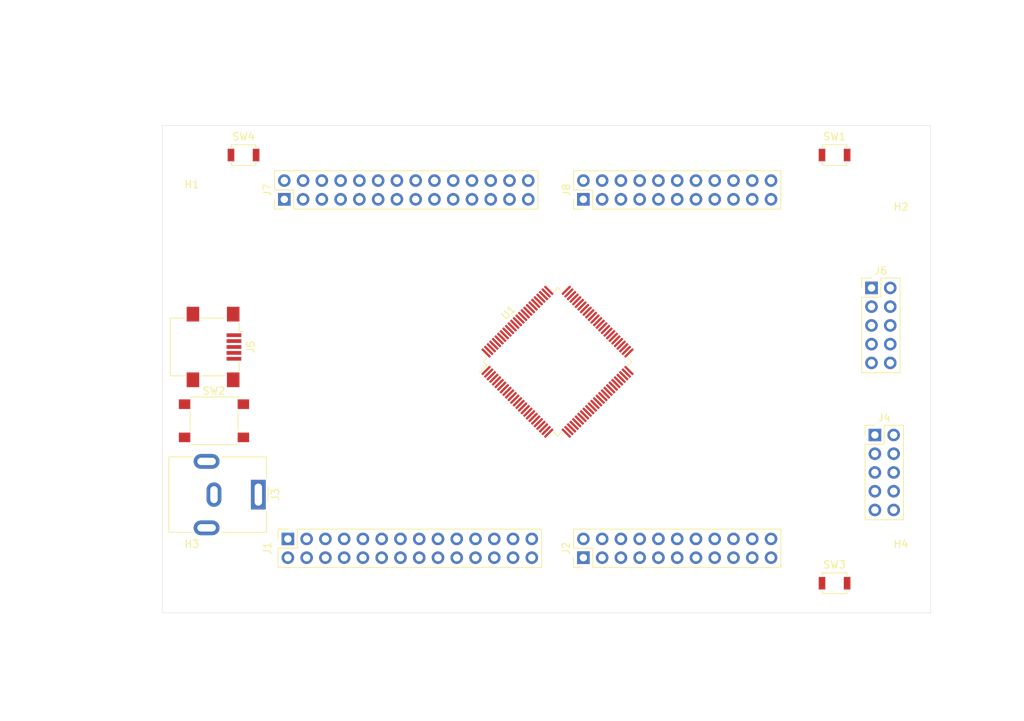
<source format=kicad_pcb>
(kicad_pcb (version 20171130) (host pcbnew "(5.1.6)-1")

  (general
    (thickness 1.6)
    (drawings 24)
    (tracks 0)
    (zones 0)
    (modules 17)
    (nets 4)
  )

  (page A4)
  (layers
    (0 F.Cu signal)
    (31 B.Cu signal)
    (32 B.Adhes user)
    (33 F.Adhes user)
    (34 B.Paste user)
    (35 F.Paste user)
    (36 B.SilkS user)
    (37 F.SilkS user)
    (38 B.Mask user)
    (39 F.Mask user)
    (40 Dwgs.User user)
    (41 Cmts.User user)
    (42 Eco1.User user)
    (43 Eco2.User user)
    (44 Edge.Cuts user)
    (45 Margin user)
    (46 B.CrtYd user)
    (47 F.CrtYd user)
    (48 B.Fab user)
    (49 F.Fab user)
  )

  (setup
    (last_trace_width 0.25)
    (trace_clearance 0.2)
    (zone_clearance 0.508)
    (zone_45_only no)
    (trace_min 0.2)
    (via_size 0.8)
    (via_drill 0.4)
    (via_min_size 0.4)
    (via_min_drill 0.3)
    (uvia_size 0.3)
    (uvia_drill 0.1)
    (uvias_allowed no)
    (uvia_min_size 0.2)
    (uvia_min_drill 0.1)
    (edge_width 0.05)
    (segment_width 0.2)
    (pcb_text_width 0.3)
    (pcb_text_size 1.5 1.5)
    (mod_edge_width 0.12)
    (mod_text_size 1 1)
    (mod_text_width 0.15)
    (pad_size 1.524 1.524)
    (pad_drill 0.762)
    (pad_to_mask_clearance 0.051)
    (solder_mask_min_width 0.25)
    (aux_axis_origin 0 0)
    (grid_origin 101 50)
    (visible_elements 7FFFFFFF)
    (pcbplotparams
      (layerselection 0x010fc_ffffffff)
      (usegerberextensions false)
      (usegerberattributes false)
      (usegerberadvancedattributes false)
      (creategerberjobfile false)
      (excludeedgelayer true)
      (linewidth 0.100000)
      (plotframeref false)
      (viasonmask false)
      (mode 1)
      (useauxorigin false)
      (hpglpennumber 1)
      (hpglpenspeed 20)
      (hpglpendiameter 15.000000)
      (psnegative false)
      (psa4output false)
      (plotreference true)
      (plotvalue true)
      (plotinvisibletext false)
      (padsonsilk false)
      (subtractmaskfromsilk false)
      (outputformat 1)
      (mirror false)
      (drillshape 1)
      (scaleselection 1)
      (outputdirectory ""))
  )

  (net 0 "")
  (net 1 "Net-(J5-Pad6)")
  (net 2 "Net-(SW2-Pad2)")
  (net 3 "Net-(SW2-Pad1)")

  (net_class Default "This is the default net class."
    (clearance 0.2)
    (trace_width 0.25)
    (via_dia 0.8)
    (via_drill 0.4)
    (uvia_dia 0.3)
    (uvia_drill 0.1)
    (add_net "Net-(J1-Pad1)")
    (add_net "Net-(J1-Pad10)")
    (add_net "Net-(J1-Pad11)")
    (add_net "Net-(J1-Pad12)")
    (add_net "Net-(J1-Pad13)")
    (add_net "Net-(J1-Pad14)")
    (add_net "Net-(J1-Pad15)")
    (add_net "Net-(J1-Pad16)")
    (add_net "Net-(J1-Pad17)")
    (add_net "Net-(J1-Pad18)")
    (add_net "Net-(J1-Pad19)")
    (add_net "Net-(J1-Pad2)")
    (add_net "Net-(J1-Pad20)")
    (add_net "Net-(J1-Pad21)")
    (add_net "Net-(J1-Pad22)")
    (add_net "Net-(J1-Pad23)")
    (add_net "Net-(J1-Pad24)")
    (add_net "Net-(J1-Pad25)")
    (add_net "Net-(J1-Pad26)")
    (add_net "Net-(J1-Pad27)")
    (add_net "Net-(J1-Pad28)")
    (add_net "Net-(J1-Pad3)")
    (add_net "Net-(J1-Pad4)")
    (add_net "Net-(J1-Pad5)")
    (add_net "Net-(J1-Pad6)")
    (add_net "Net-(J1-Pad7)")
    (add_net "Net-(J1-Pad8)")
    (add_net "Net-(J1-Pad9)")
    (add_net "Net-(J2-Pad1)")
    (add_net "Net-(J2-Pad10)")
    (add_net "Net-(J2-Pad11)")
    (add_net "Net-(J2-Pad12)")
    (add_net "Net-(J2-Pad13)")
    (add_net "Net-(J2-Pad14)")
    (add_net "Net-(J2-Pad15)")
    (add_net "Net-(J2-Pad16)")
    (add_net "Net-(J2-Pad17)")
    (add_net "Net-(J2-Pad18)")
    (add_net "Net-(J2-Pad19)")
    (add_net "Net-(J2-Pad2)")
    (add_net "Net-(J2-Pad20)")
    (add_net "Net-(J2-Pad21)")
    (add_net "Net-(J2-Pad22)")
    (add_net "Net-(J2-Pad3)")
    (add_net "Net-(J2-Pad4)")
    (add_net "Net-(J2-Pad5)")
    (add_net "Net-(J2-Pad6)")
    (add_net "Net-(J2-Pad7)")
    (add_net "Net-(J2-Pad8)")
    (add_net "Net-(J2-Pad9)")
    (add_net "Net-(J3-Pad1)")
    (add_net "Net-(J3-Pad2)")
    (add_net "Net-(J4-Pad1)")
    (add_net "Net-(J4-Pad10)")
    (add_net "Net-(J4-Pad2)")
    (add_net "Net-(J4-Pad3)")
    (add_net "Net-(J4-Pad4)")
    (add_net "Net-(J4-Pad5)")
    (add_net "Net-(J4-Pad6)")
    (add_net "Net-(J4-Pad7)")
    (add_net "Net-(J4-Pad8)")
    (add_net "Net-(J4-Pad9)")
    (add_net "Net-(J5-Pad1)")
    (add_net "Net-(J5-Pad2)")
    (add_net "Net-(J5-Pad3)")
    (add_net "Net-(J5-Pad4)")
    (add_net "Net-(J5-Pad5)")
    (add_net "Net-(J5-Pad6)")
    (add_net "Net-(J6-Pad1)")
    (add_net "Net-(J6-Pad10)")
    (add_net "Net-(J6-Pad2)")
    (add_net "Net-(J6-Pad3)")
    (add_net "Net-(J6-Pad4)")
    (add_net "Net-(J6-Pad5)")
    (add_net "Net-(J6-Pad6)")
    (add_net "Net-(J6-Pad7)")
    (add_net "Net-(J6-Pad8)")
    (add_net "Net-(J6-Pad9)")
    (add_net "Net-(J7-Pad1)")
    (add_net "Net-(J7-Pad10)")
    (add_net "Net-(J7-Pad11)")
    (add_net "Net-(J7-Pad12)")
    (add_net "Net-(J7-Pad13)")
    (add_net "Net-(J7-Pad14)")
    (add_net "Net-(J7-Pad15)")
    (add_net "Net-(J7-Pad16)")
    (add_net "Net-(J7-Pad17)")
    (add_net "Net-(J7-Pad18)")
    (add_net "Net-(J7-Pad19)")
    (add_net "Net-(J7-Pad2)")
    (add_net "Net-(J7-Pad20)")
    (add_net "Net-(J7-Pad21)")
    (add_net "Net-(J7-Pad22)")
    (add_net "Net-(J7-Pad23)")
    (add_net "Net-(J7-Pad24)")
    (add_net "Net-(J7-Pad25)")
    (add_net "Net-(J7-Pad26)")
    (add_net "Net-(J7-Pad27)")
    (add_net "Net-(J7-Pad28)")
    (add_net "Net-(J7-Pad3)")
    (add_net "Net-(J7-Pad4)")
    (add_net "Net-(J7-Pad5)")
    (add_net "Net-(J7-Pad6)")
    (add_net "Net-(J7-Pad7)")
    (add_net "Net-(J7-Pad8)")
    (add_net "Net-(J7-Pad9)")
    (add_net "Net-(J8-Pad1)")
    (add_net "Net-(J8-Pad10)")
    (add_net "Net-(J8-Pad11)")
    (add_net "Net-(J8-Pad12)")
    (add_net "Net-(J8-Pad13)")
    (add_net "Net-(J8-Pad14)")
    (add_net "Net-(J8-Pad15)")
    (add_net "Net-(J8-Pad16)")
    (add_net "Net-(J8-Pad17)")
    (add_net "Net-(J8-Pad18)")
    (add_net "Net-(J8-Pad19)")
    (add_net "Net-(J8-Pad2)")
    (add_net "Net-(J8-Pad20)")
    (add_net "Net-(J8-Pad21)")
    (add_net "Net-(J8-Pad22)")
    (add_net "Net-(J8-Pad3)")
    (add_net "Net-(J8-Pad4)")
    (add_net "Net-(J8-Pad5)")
    (add_net "Net-(J8-Pad6)")
    (add_net "Net-(J8-Pad7)")
    (add_net "Net-(J8-Pad8)")
    (add_net "Net-(J8-Pad9)")
    (add_net "Net-(SW1-Pad1)")
    (add_net "Net-(SW1-Pad2)")
    (add_net "Net-(SW2-Pad1)")
    (add_net "Net-(SW2-Pad2)")
    (add_net "Net-(SW3-Pad1)")
    (add_net "Net-(SW3-Pad2)")
    (add_net "Net-(SW4-Pad1)")
    (add_net "Net-(SW4-Pad2)")
    (add_net "Net-(U1-Pad1)")
    (add_net "Net-(U1-Pad10)")
    (add_net "Net-(U1-Pad100)")
    (add_net "Net-(U1-Pad11)")
    (add_net "Net-(U1-Pad12)")
    (add_net "Net-(U1-Pad13)")
    (add_net "Net-(U1-Pad14)")
    (add_net "Net-(U1-Pad15)")
    (add_net "Net-(U1-Pad16)")
    (add_net "Net-(U1-Pad17)")
    (add_net "Net-(U1-Pad18)")
    (add_net "Net-(U1-Pad19)")
    (add_net "Net-(U1-Pad2)")
    (add_net "Net-(U1-Pad20)")
    (add_net "Net-(U1-Pad21)")
    (add_net "Net-(U1-Pad22)")
    (add_net "Net-(U1-Pad23)")
    (add_net "Net-(U1-Pad24)")
    (add_net "Net-(U1-Pad25)")
    (add_net "Net-(U1-Pad26)")
    (add_net "Net-(U1-Pad27)")
    (add_net "Net-(U1-Pad28)")
    (add_net "Net-(U1-Pad29)")
    (add_net "Net-(U1-Pad3)")
    (add_net "Net-(U1-Pad30)")
    (add_net "Net-(U1-Pad31)")
    (add_net "Net-(U1-Pad32)")
    (add_net "Net-(U1-Pad33)")
    (add_net "Net-(U1-Pad34)")
    (add_net "Net-(U1-Pad35)")
    (add_net "Net-(U1-Pad36)")
    (add_net "Net-(U1-Pad37)")
    (add_net "Net-(U1-Pad38)")
    (add_net "Net-(U1-Pad39)")
    (add_net "Net-(U1-Pad4)")
    (add_net "Net-(U1-Pad40)")
    (add_net "Net-(U1-Pad41)")
    (add_net "Net-(U1-Pad42)")
    (add_net "Net-(U1-Pad43)")
    (add_net "Net-(U1-Pad44)")
    (add_net "Net-(U1-Pad45)")
    (add_net "Net-(U1-Pad46)")
    (add_net "Net-(U1-Pad47)")
    (add_net "Net-(U1-Pad48)")
    (add_net "Net-(U1-Pad49)")
    (add_net "Net-(U1-Pad5)")
    (add_net "Net-(U1-Pad50)")
    (add_net "Net-(U1-Pad51)")
    (add_net "Net-(U1-Pad52)")
    (add_net "Net-(U1-Pad53)")
    (add_net "Net-(U1-Pad54)")
    (add_net "Net-(U1-Pad55)")
    (add_net "Net-(U1-Pad56)")
    (add_net "Net-(U1-Pad57)")
    (add_net "Net-(U1-Pad58)")
    (add_net "Net-(U1-Pad59)")
    (add_net "Net-(U1-Pad6)")
    (add_net "Net-(U1-Pad60)")
    (add_net "Net-(U1-Pad61)")
    (add_net "Net-(U1-Pad62)")
    (add_net "Net-(U1-Pad63)")
    (add_net "Net-(U1-Pad64)")
    (add_net "Net-(U1-Pad65)")
    (add_net "Net-(U1-Pad66)")
    (add_net "Net-(U1-Pad67)")
    (add_net "Net-(U1-Pad68)")
    (add_net "Net-(U1-Pad69)")
    (add_net "Net-(U1-Pad7)")
    (add_net "Net-(U1-Pad70)")
    (add_net "Net-(U1-Pad71)")
    (add_net "Net-(U1-Pad72)")
    (add_net "Net-(U1-Pad73)")
    (add_net "Net-(U1-Pad74)")
    (add_net "Net-(U1-Pad75)")
    (add_net "Net-(U1-Pad76)")
    (add_net "Net-(U1-Pad77)")
    (add_net "Net-(U1-Pad78)")
    (add_net "Net-(U1-Pad79)")
    (add_net "Net-(U1-Pad8)")
    (add_net "Net-(U1-Pad80)")
    (add_net "Net-(U1-Pad81)")
    (add_net "Net-(U1-Pad82)")
    (add_net "Net-(U1-Pad83)")
    (add_net "Net-(U1-Pad84)")
    (add_net "Net-(U1-Pad85)")
    (add_net "Net-(U1-Pad86)")
    (add_net "Net-(U1-Pad87)")
    (add_net "Net-(U1-Pad88)")
    (add_net "Net-(U1-Pad89)")
    (add_net "Net-(U1-Pad9)")
    (add_net "Net-(U1-Pad90)")
    (add_net "Net-(U1-Pad91)")
    (add_net "Net-(U1-Pad92)")
    (add_net "Net-(U1-Pad93)")
    (add_net "Net-(U1-Pad94)")
    (add_net "Net-(U1-Pad95)")
    (add_net "Net-(U1-Pad96)")
    (add_net "Net-(U1-Pad97)")
    (add_net "Net-(U1-Pad98)")
    (add_net "Net-(U1-Pad99)")
  )

  (module Package_QFP:LQFP-100_14x14mm_P0.5mm (layer F.Cu) (tedit 5D9F72B0) (tstamp 5F9CF70F)
    (at 154.5 82 45)
    (descr "LQFP, 100 Pin (https://www.nxp.com/docs/en/package-information/SOT407-1.pdf), generated with kicad-footprint-generator ipc_gullwing_generator.py")
    (tags "LQFP QFP")
    (path /5F9CFEA4)
    (attr smd)
    (fp_text reference U1 (at 0 -9.42 45) (layer F.SilkS)
      (effects (font (size 1 1) (thickness 0.15)))
    )
    (fp_text value EPM240T100 (at 0 9.42 45) (layer F.Fab)
      (effects (font (size 1 1) (thickness 0.15)))
    )
    (fp_text user %R (at 0 0 45) (layer F.Fab)
      (effects (font (size 1 1) (thickness 0.15)))
    )
    (fp_line (start 6.41 7.11) (end 7.11 7.11) (layer F.SilkS) (width 0.12))
    (fp_line (start 7.11 7.11) (end 7.11 6.41) (layer F.SilkS) (width 0.12))
    (fp_line (start -6.41 7.11) (end -7.11 7.11) (layer F.SilkS) (width 0.12))
    (fp_line (start -7.11 7.11) (end -7.11 6.41) (layer F.SilkS) (width 0.12))
    (fp_line (start 6.41 -7.11) (end 7.11 -7.11) (layer F.SilkS) (width 0.12))
    (fp_line (start 7.11 -7.11) (end 7.11 -6.41) (layer F.SilkS) (width 0.12))
    (fp_line (start -6.41 -7.11) (end -7.11 -7.11) (layer F.SilkS) (width 0.12))
    (fp_line (start -7.11 -7.11) (end -7.11 -6.41) (layer F.SilkS) (width 0.12))
    (fp_line (start -7.11 -6.41) (end -8.475 -6.41) (layer F.SilkS) (width 0.12))
    (fp_line (start -6 -7) (end 7 -7) (layer F.Fab) (width 0.1))
    (fp_line (start 7 -7) (end 7 7) (layer F.Fab) (width 0.1))
    (fp_line (start 7 7) (end -7 7) (layer F.Fab) (width 0.1))
    (fp_line (start -7 7) (end -7 -6) (layer F.Fab) (width 0.1))
    (fp_line (start -7 -6) (end -6 -7) (layer F.Fab) (width 0.1))
    (fp_line (start 0 -8.72) (end -6.4 -8.72) (layer F.CrtYd) (width 0.05))
    (fp_line (start -6.4 -8.72) (end -6.4 -7.25) (layer F.CrtYd) (width 0.05))
    (fp_line (start -6.4 -7.25) (end -7.25 -7.25) (layer F.CrtYd) (width 0.05))
    (fp_line (start -7.25 -7.25) (end -7.25 -6.4) (layer F.CrtYd) (width 0.05))
    (fp_line (start -7.25 -6.4) (end -8.72 -6.4) (layer F.CrtYd) (width 0.05))
    (fp_line (start -8.72 -6.4) (end -8.72 0) (layer F.CrtYd) (width 0.05))
    (fp_line (start 0 -8.72) (end 6.4 -8.72) (layer F.CrtYd) (width 0.05))
    (fp_line (start 6.4 -8.72) (end 6.4 -7.25) (layer F.CrtYd) (width 0.05))
    (fp_line (start 6.4 -7.25) (end 7.25 -7.25) (layer F.CrtYd) (width 0.05))
    (fp_line (start 7.25 -7.25) (end 7.25 -6.4) (layer F.CrtYd) (width 0.05))
    (fp_line (start 7.25 -6.4) (end 8.72 -6.4) (layer F.CrtYd) (width 0.05))
    (fp_line (start 8.72 -6.4) (end 8.72 0) (layer F.CrtYd) (width 0.05))
    (fp_line (start 0 8.72) (end -6.4 8.72) (layer F.CrtYd) (width 0.05))
    (fp_line (start -6.4 8.72) (end -6.4 7.25) (layer F.CrtYd) (width 0.05))
    (fp_line (start -6.4 7.25) (end -7.25 7.25) (layer F.CrtYd) (width 0.05))
    (fp_line (start -7.25 7.25) (end -7.25 6.4) (layer F.CrtYd) (width 0.05))
    (fp_line (start -7.25 6.4) (end -8.72 6.4) (layer F.CrtYd) (width 0.05))
    (fp_line (start -8.72 6.4) (end -8.72 0) (layer F.CrtYd) (width 0.05))
    (fp_line (start 0 8.72) (end 6.4 8.72) (layer F.CrtYd) (width 0.05))
    (fp_line (start 6.4 8.72) (end 6.4 7.25) (layer F.CrtYd) (width 0.05))
    (fp_line (start 6.4 7.25) (end 7.25 7.25) (layer F.CrtYd) (width 0.05))
    (fp_line (start 7.25 7.25) (end 7.25 6.4) (layer F.CrtYd) (width 0.05))
    (fp_line (start 7.25 6.4) (end 8.72 6.4) (layer F.CrtYd) (width 0.05))
    (fp_line (start 8.72 6.4) (end 8.72 0) (layer F.CrtYd) (width 0.05))
    (pad 100 smd roundrect (at -6 -7.675 45) (size 0.3 1.6) (layers F.Cu F.Paste F.Mask) (roundrect_rratio 0.25))
    (pad 99 smd roundrect (at -5.5 -7.675 45) (size 0.3 1.6) (layers F.Cu F.Paste F.Mask) (roundrect_rratio 0.25))
    (pad 98 smd roundrect (at -5 -7.675 45) (size 0.3 1.6) (layers F.Cu F.Paste F.Mask) (roundrect_rratio 0.25))
    (pad 97 smd roundrect (at -4.5 -7.675 45) (size 0.3 1.6) (layers F.Cu F.Paste F.Mask) (roundrect_rratio 0.25))
    (pad 96 smd roundrect (at -4 -7.675 45) (size 0.3 1.6) (layers F.Cu F.Paste F.Mask) (roundrect_rratio 0.25))
    (pad 95 smd roundrect (at -3.5 -7.675 45) (size 0.3 1.6) (layers F.Cu F.Paste F.Mask) (roundrect_rratio 0.25))
    (pad 94 smd roundrect (at -3 -7.675 45) (size 0.3 1.6) (layers F.Cu F.Paste F.Mask) (roundrect_rratio 0.25))
    (pad 93 smd roundrect (at -2.5 -7.675 45) (size 0.3 1.6) (layers F.Cu F.Paste F.Mask) (roundrect_rratio 0.25))
    (pad 92 smd roundrect (at -2 -7.675 45) (size 0.3 1.6) (layers F.Cu F.Paste F.Mask) (roundrect_rratio 0.25))
    (pad 91 smd roundrect (at -1.5 -7.675 45) (size 0.3 1.6) (layers F.Cu F.Paste F.Mask) (roundrect_rratio 0.25))
    (pad 90 smd roundrect (at -1 -7.675 45) (size 0.3 1.6) (layers F.Cu F.Paste F.Mask) (roundrect_rratio 0.25))
    (pad 89 smd roundrect (at -0.5 -7.675 45) (size 0.3 1.6) (layers F.Cu F.Paste F.Mask) (roundrect_rratio 0.25))
    (pad 88 smd roundrect (at 0 -7.675 45) (size 0.3 1.6) (layers F.Cu F.Paste F.Mask) (roundrect_rratio 0.25))
    (pad 87 smd roundrect (at 0.5 -7.675 45) (size 0.3 1.6) (layers F.Cu F.Paste F.Mask) (roundrect_rratio 0.25))
    (pad 86 smd roundrect (at 1 -7.675 45) (size 0.3 1.6) (layers F.Cu F.Paste F.Mask) (roundrect_rratio 0.25))
    (pad 85 smd roundrect (at 1.5 -7.675 45) (size 0.3 1.6) (layers F.Cu F.Paste F.Mask) (roundrect_rratio 0.25))
    (pad 84 smd roundrect (at 2 -7.675 45) (size 0.3 1.6) (layers F.Cu F.Paste F.Mask) (roundrect_rratio 0.25))
    (pad 83 smd roundrect (at 2.5 -7.675 45) (size 0.3 1.6) (layers F.Cu F.Paste F.Mask) (roundrect_rratio 0.25))
    (pad 82 smd roundrect (at 3 -7.675 45) (size 0.3 1.6) (layers F.Cu F.Paste F.Mask) (roundrect_rratio 0.25))
    (pad 81 smd roundrect (at 3.5 -7.675 45) (size 0.3 1.6) (layers F.Cu F.Paste F.Mask) (roundrect_rratio 0.25))
    (pad 80 smd roundrect (at 4 -7.675 45) (size 0.3 1.6) (layers F.Cu F.Paste F.Mask) (roundrect_rratio 0.25))
    (pad 79 smd roundrect (at 4.5 -7.675 45) (size 0.3 1.6) (layers F.Cu F.Paste F.Mask) (roundrect_rratio 0.25))
    (pad 78 smd roundrect (at 5 -7.675 45) (size 0.3 1.6) (layers F.Cu F.Paste F.Mask) (roundrect_rratio 0.25))
    (pad 77 smd roundrect (at 5.5 -7.675 45) (size 0.3 1.6) (layers F.Cu F.Paste F.Mask) (roundrect_rratio 0.25))
    (pad 76 smd roundrect (at 6 -7.675 45) (size 0.3 1.6) (layers F.Cu F.Paste F.Mask) (roundrect_rratio 0.25))
    (pad 75 smd roundrect (at 7.675 -6 45) (size 1.6 0.3) (layers F.Cu F.Paste F.Mask) (roundrect_rratio 0.25))
    (pad 74 smd roundrect (at 7.675 -5.5 45) (size 1.6 0.3) (layers F.Cu F.Paste F.Mask) (roundrect_rratio 0.25))
    (pad 73 smd roundrect (at 7.675 -5 45) (size 1.6 0.3) (layers F.Cu F.Paste F.Mask) (roundrect_rratio 0.25))
    (pad 72 smd roundrect (at 7.675 -4.5 45) (size 1.6 0.3) (layers F.Cu F.Paste F.Mask) (roundrect_rratio 0.25))
    (pad 71 smd roundrect (at 7.675 -4 45) (size 1.6 0.3) (layers F.Cu F.Paste F.Mask) (roundrect_rratio 0.25))
    (pad 70 smd roundrect (at 7.675 -3.5 45) (size 1.6 0.3) (layers F.Cu F.Paste F.Mask) (roundrect_rratio 0.25))
    (pad 69 smd roundrect (at 7.675 -3 45) (size 1.6 0.3) (layers F.Cu F.Paste F.Mask) (roundrect_rratio 0.25))
    (pad 68 smd roundrect (at 7.675 -2.5 45) (size 1.6 0.3) (layers F.Cu F.Paste F.Mask) (roundrect_rratio 0.25))
    (pad 67 smd roundrect (at 7.675 -2 45) (size 1.6 0.3) (layers F.Cu F.Paste F.Mask) (roundrect_rratio 0.25))
    (pad 66 smd roundrect (at 7.675 -1.5 45) (size 1.6 0.3) (layers F.Cu F.Paste F.Mask) (roundrect_rratio 0.25))
    (pad 65 smd roundrect (at 7.675 -1 45) (size 1.6 0.3) (layers F.Cu F.Paste F.Mask) (roundrect_rratio 0.25))
    (pad 64 smd roundrect (at 7.675 -0.5 45) (size 1.6 0.3) (layers F.Cu F.Paste F.Mask) (roundrect_rratio 0.25))
    (pad 63 smd roundrect (at 7.675 0 45) (size 1.6 0.3) (layers F.Cu F.Paste F.Mask) (roundrect_rratio 0.25))
    (pad 62 smd roundrect (at 7.675 0.5 45) (size 1.6 0.3) (layers F.Cu F.Paste F.Mask) (roundrect_rratio 0.25))
    (pad 61 smd roundrect (at 7.675 1 45) (size 1.6 0.3) (layers F.Cu F.Paste F.Mask) (roundrect_rratio 0.25))
    (pad 60 smd roundrect (at 7.675 1.5 45) (size 1.6 0.3) (layers F.Cu F.Paste F.Mask) (roundrect_rratio 0.25))
    (pad 59 smd roundrect (at 7.675 2 45) (size 1.6 0.3) (layers F.Cu F.Paste F.Mask) (roundrect_rratio 0.25))
    (pad 58 smd roundrect (at 7.675 2.5 45) (size 1.6 0.3) (layers F.Cu F.Paste F.Mask) (roundrect_rratio 0.25))
    (pad 57 smd roundrect (at 7.675 3 45) (size 1.6 0.3) (layers F.Cu F.Paste F.Mask) (roundrect_rratio 0.25))
    (pad 56 smd roundrect (at 7.675 3.5 45) (size 1.6 0.3) (layers F.Cu F.Paste F.Mask) (roundrect_rratio 0.25))
    (pad 55 smd roundrect (at 7.675 4 45) (size 1.6 0.3) (layers F.Cu F.Paste F.Mask) (roundrect_rratio 0.25))
    (pad 54 smd roundrect (at 7.675 4.5 45) (size 1.6 0.3) (layers F.Cu F.Paste F.Mask) (roundrect_rratio 0.25))
    (pad 53 smd roundrect (at 7.675 5 45) (size 1.6 0.3) (layers F.Cu F.Paste F.Mask) (roundrect_rratio 0.25))
    (pad 52 smd roundrect (at 7.675 5.5 45) (size 1.6 0.3) (layers F.Cu F.Paste F.Mask) (roundrect_rratio 0.25))
    (pad 51 smd roundrect (at 7.675 6 45) (size 1.6 0.3) (layers F.Cu F.Paste F.Mask) (roundrect_rratio 0.25))
    (pad 50 smd roundrect (at 6 7.675 45) (size 0.3 1.6) (layers F.Cu F.Paste F.Mask) (roundrect_rratio 0.25))
    (pad 49 smd roundrect (at 5.5 7.675 45) (size 0.3 1.6) (layers F.Cu F.Paste F.Mask) (roundrect_rratio 0.25))
    (pad 48 smd roundrect (at 5 7.675 45) (size 0.3 1.6) (layers F.Cu F.Paste F.Mask) (roundrect_rratio 0.25))
    (pad 47 smd roundrect (at 4.5 7.675 45) (size 0.3 1.6) (layers F.Cu F.Paste F.Mask) (roundrect_rratio 0.25))
    (pad 46 smd roundrect (at 4 7.675 45) (size 0.3 1.6) (layers F.Cu F.Paste F.Mask) (roundrect_rratio 0.25))
    (pad 45 smd roundrect (at 3.5 7.675 45) (size 0.3 1.6) (layers F.Cu F.Paste F.Mask) (roundrect_rratio 0.25))
    (pad 44 smd roundrect (at 3 7.675 45) (size 0.3 1.6) (layers F.Cu F.Paste F.Mask) (roundrect_rratio 0.25))
    (pad 43 smd roundrect (at 2.5 7.675 45) (size 0.3 1.6) (layers F.Cu F.Paste F.Mask) (roundrect_rratio 0.25))
    (pad 42 smd roundrect (at 2 7.675 45) (size 0.3 1.6) (layers F.Cu F.Paste F.Mask) (roundrect_rratio 0.25))
    (pad 41 smd roundrect (at 1.5 7.675 45) (size 0.3 1.6) (layers F.Cu F.Paste F.Mask) (roundrect_rratio 0.25))
    (pad 40 smd roundrect (at 1 7.675 45) (size 0.3 1.6) (layers F.Cu F.Paste F.Mask) (roundrect_rratio 0.25))
    (pad 39 smd roundrect (at 0.5 7.675 45) (size 0.3 1.6) (layers F.Cu F.Paste F.Mask) (roundrect_rratio 0.25))
    (pad 38 smd roundrect (at 0 7.675 45) (size 0.3 1.6) (layers F.Cu F.Paste F.Mask) (roundrect_rratio 0.25))
    (pad 37 smd roundrect (at -0.5 7.675 45) (size 0.3 1.6) (layers F.Cu F.Paste F.Mask) (roundrect_rratio 0.25))
    (pad 36 smd roundrect (at -1 7.675 45) (size 0.3 1.6) (layers F.Cu F.Paste F.Mask) (roundrect_rratio 0.25))
    (pad 35 smd roundrect (at -1.5 7.675 45) (size 0.3 1.6) (layers F.Cu F.Paste F.Mask) (roundrect_rratio 0.25))
    (pad 34 smd roundrect (at -2 7.675 45) (size 0.3 1.6) (layers F.Cu F.Paste F.Mask) (roundrect_rratio 0.25))
    (pad 33 smd roundrect (at -2.5 7.675 45) (size 0.3 1.6) (layers F.Cu F.Paste F.Mask) (roundrect_rratio 0.25))
    (pad 32 smd roundrect (at -3 7.675 45) (size 0.3 1.6) (layers F.Cu F.Paste F.Mask) (roundrect_rratio 0.25))
    (pad 31 smd roundrect (at -3.5 7.675 45) (size 0.3 1.6) (layers F.Cu F.Paste F.Mask) (roundrect_rratio 0.25))
    (pad 30 smd roundrect (at -4 7.675 45) (size 0.3 1.6) (layers F.Cu F.Paste F.Mask) (roundrect_rratio 0.25))
    (pad 29 smd roundrect (at -4.5 7.675 45) (size 0.3 1.6) (layers F.Cu F.Paste F.Mask) (roundrect_rratio 0.25))
    (pad 28 smd roundrect (at -5 7.675 45) (size 0.3 1.6) (layers F.Cu F.Paste F.Mask) (roundrect_rratio 0.25))
    (pad 27 smd roundrect (at -5.5 7.675 45) (size 0.3 1.6) (layers F.Cu F.Paste F.Mask) (roundrect_rratio 0.25))
    (pad 26 smd roundrect (at -6 7.675 45) (size 0.3 1.6) (layers F.Cu F.Paste F.Mask) (roundrect_rratio 0.25))
    (pad 25 smd roundrect (at -7.675 6 45) (size 1.6 0.3) (layers F.Cu F.Paste F.Mask) (roundrect_rratio 0.25))
    (pad 24 smd roundrect (at -7.675 5.5 45) (size 1.6 0.3) (layers F.Cu F.Paste F.Mask) (roundrect_rratio 0.25))
    (pad 23 smd roundrect (at -7.675 5 45) (size 1.6 0.3) (layers F.Cu F.Paste F.Mask) (roundrect_rratio 0.25))
    (pad 22 smd roundrect (at -7.675 4.5 45) (size 1.6 0.3) (layers F.Cu F.Paste F.Mask) (roundrect_rratio 0.25))
    (pad 21 smd roundrect (at -7.675 4 45) (size 1.6 0.3) (layers F.Cu F.Paste F.Mask) (roundrect_rratio 0.25))
    (pad 20 smd roundrect (at -7.675 3.5 45) (size 1.6 0.3) (layers F.Cu F.Paste F.Mask) (roundrect_rratio 0.25))
    (pad 19 smd roundrect (at -7.675 3 45) (size 1.6 0.3) (layers F.Cu F.Paste F.Mask) (roundrect_rratio 0.25))
    (pad 18 smd roundrect (at -7.675 2.5 45) (size 1.6 0.3) (layers F.Cu F.Paste F.Mask) (roundrect_rratio 0.25))
    (pad 17 smd roundrect (at -7.675 2 45) (size 1.6 0.3) (layers F.Cu F.Paste F.Mask) (roundrect_rratio 0.25))
    (pad 16 smd roundrect (at -7.675 1.5 45) (size 1.6 0.3) (layers F.Cu F.Paste F.Mask) (roundrect_rratio 0.25))
    (pad 15 smd roundrect (at -7.675 1 45) (size 1.6 0.3) (layers F.Cu F.Paste F.Mask) (roundrect_rratio 0.25))
    (pad 14 smd roundrect (at -7.675 0.5 45) (size 1.6 0.3) (layers F.Cu F.Paste F.Mask) (roundrect_rratio 0.25))
    (pad 13 smd roundrect (at -7.675 0 45) (size 1.6 0.3) (layers F.Cu F.Paste F.Mask) (roundrect_rratio 0.25))
    (pad 12 smd roundrect (at -7.675 -0.5 45) (size 1.6 0.3) (layers F.Cu F.Paste F.Mask) (roundrect_rratio 0.25))
    (pad 11 smd roundrect (at -7.675 -1 45) (size 1.6 0.3) (layers F.Cu F.Paste F.Mask) (roundrect_rratio 0.25))
    (pad 10 smd roundrect (at -7.675 -1.5 45) (size 1.6 0.3) (layers F.Cu F.Paste F.Mask) (roundrect_rratio 0.25))
    (pad 9 smd roundrect (at -7.675 -2 45) (size 1.6 0.3) (layers F.Cu F.Paste F.Mask) (roundrect_rratio 0.25))
    (pad 8 smd roundrect (at -7.675 -2.5 45) (size 1.6 0.3) (layers F.Cu F.Paste F.Mask) (roundrect_rratio 0.25))
    (pad 7 smd roundrect (at -7.675 -3 45) (size 1.6 0.3) (layers F.Cu F.Paste F.Mask) (roundrect_rratio 0.25))
    (pad 6 smd roundrect (at -7.675 -3.5 45) (size 1.6 0.3) (layers F.Cu F.Paste F.Mask) (roundrect_rratio 0.25))
    (pad 5 smd roundrect (at -7.675 -4 45) (size 1.6 0.3) (layers F.Cu F.Paste F.Mask) (roundrect_rratio 0.25))
    (pad 4 smd roundrect (at -7.675 -4.5 45) (size 1.6 0.3) (layers F.Cu F.Paste F.Mask) (roundrect_rratio 0.25))
    (pad 3 smd roundrect (at -7.675 -5 45) (size 1.6 0.3) (layers F.Cu F.Paste F.Mask) (roundrect_rratio 0.25))
    (pad 2 smd roundrect (at -7.675 -5.5 45) (size 1.6 0.3) (layers F.Cu F.Paste F.Mask) (roundrect_rratio 0.25))
    (pad 1 smd roundrect (at -7.675 -6 45) (size 1.6 0.3) (layers F.Cu F.Paste F.Mask) (roundrect_rratio 0.25))
    (model ${KISYS3DMOD}/Package_QFP.3dshapes/LQFP-100_14x14mm_P0.5mm.wrl
      (at (xyz 0 0 0))
      (scale (xyz 1 1 1))
      (rotate (xyz 0 0 0))
    )
  )

  (module Button_Switch_SMD:SW_SPST_B3U-1000P-B (layer F.Cu) (tedit 5A02FC95) (tstamp 5D711CE9)
    (at 112 54)
    (descr "Ultra-small-sized Tactile Switch with High Contact Reliability, Top-actuated Model, without Ground Terminal, with Boss")
    (tags "Tactile Switch")
    (path /5D72068D)
    (attr smd)
    (fp_text reference SW4 (at 0 -2.5) (layer F.SilkS)
      (effects (font (size 1 1) (thickness 0.15)))
    )
    (fp_text value SW_Push (at 0 2.5) (layer F.Fab)
      (effects (font (size 1 1) (thickness 0.15)))
    )
    (fp_text user %R (at 0 -2.5) (layer F.Fab)
      (effects (font (size 1 1) (thickness 0.15)))
    )
    (fp_line (start -2.4 1.65) (end 2.4 1.65) (layer F.CrtYd) (width 0.05))
    (fp_line (start 2.4 1.65) (end 2.4 -1.65) (layer F.CrtYd) (width 0.05))
    (fp_line (start 2.4 -1.65) (end -2.4 -1.65) (layer F.CrtYd) (width 0.05))
    (fp_line (start -2.4 -1.65) (end -2.4 1.65) (layer F.CrtYd) (width 0.05))
    (fp_line (start -1.65 1.1) (end -1.65 1.4) (layer F.SilkS) (width 0.12))
    (fp_line (start -1.65 1.4) (end 1.65 1.4) (layer F.SilkS) (width 0.12))
    (fp_line (start 1.65 1.4) (end 1.65 1.1) (layer F.SilkS) (width 0.12))
    (fp_line (start -1.65 -1.1) (end -1.65 -1.4) (layer F.SilkS) (width 0.12))
    (fp_line (start -1.65 -1.4) (end 1.65 -1.4) (layer F.SilkS) (width 0.12))
    (fp_line (start 1.65 -1.4) (end 1.65 -1.1) (layer F.SilkS) (width 0.12))
    (fp_line (start -1.5 -1.25) (end 1.5 -1.25) (layer F.Fab) (width 0.1))
    (fp_line (start 1.5 -1.25) (end 1.5 1.25) (layer F.Fab) (width 0.1))
    (fp_line (start 1.5 1.25) (end -1.5 1.25) (layer F.Fab) (width 0.1))
    (fp_line (start -1.5 1.25) (end -1.5 -1.25) (layer F.Fab) (width 0.1))
    (fp_circle (center 0 0) (end 0.75 0) (layer F.Fab) (width 0.1))
    (pad "" np_thru_hole circle (at 0 0) (size 0.8 0.8) (drill 0.8) (layers *.Cu *.Mask))
    (pad 2 smd rect (at 1.7 0) (size 0.9 1.7) (layers F.Cu F.Paste F.Mask))
    (pad 1 smd rect (at -1.7 0) (size 0.9 1.7) (layers F.Cu F.Paste F.Mask))
    (model ${KISYS3DMOD}/Button_Switch_SMD.3dshapes/SW_SPST_B3U-1000P-B.wrl
      (at (xyz 0 0 0))
      (scale (xyz 1 1 1))
      (rotate (xyz 0 0 0))
    )
  )

  (module Button_Switch_SMD:SW_SPST_B3U-1000P-B (layer F.Cu) (tedit 5A02FC95) (tstamp 5D711CD2)
    (at 192 112)
    (descr "Ultra-small-sized Tactile Switch with High Contact Reliability, Top-actuated Model, without Ground Terminal, with Boss")
    (tags "Tactile Switch")
    (path /5D7209E7)
    (attr smd)
    (fp_text reference SW3 (at 0 -2.5) (layer F.SilkS)
      (effects (font (size 1 1) (thickness 0.15)))
    )
    (fp_text value SW_Push (at 0 2.5) (layer F.Fab)
      (effects (font (size 1 1) (thickness 0.15)))
    )
    (fp_text user %R (at 0 -2.5) (layer F.Fab)
      (effects (font (size 1 1) (thickness 0.15)))
    )
    (fp_line (start -2.4 1.65) (end 2.4 1.65) (layer F.CrtYd) (width 0.05))
    (fp_line (start 2.4 1.65) (end 2.4 -1.65) (layer F.CrtYd) (width 0.05))
    (fp_line (start 2.4 -1.65) (end -2.4 -1.65) (layer F.CrtYd) (width 0.05))
    (fp_line (start -2.4 -1.65) (end -2.4 1.65) (layer F.CrtYd) (width 0.05))
    (fp_line (start -1.65 1.1) (end -1.65 1.4) (layer F.SilkS) (width 0.12))
    (fp_line (start -1.65 1.4) (end 1.65 1.4) (layer F.SilkS) (width 0.12))
    (fp_line (start 1.65 1.4) (end 1.65 1.1) (layer F.SilkS) (width 0.12))
    (fp_line (start -1.65 -1.1) (end -1.65 -1.4) (layer F.SilkS) (width 0.12))
    (fp_line (start -1.65 -1.4) (end 1.65 -1.4) (layer F.SilkS) (width 0.12))
    (fp_line (start 1.65 -1.4) (end 1.65 -1.1) (layer F.SilkS) (width 0.12))
    (fp_line (start -1.5 -1.25) (end 1.5 -1.25) (layer F.Fab) (width 0.1))
    (fp_line (start 1.5 -1.25) (end 1.5 1.25) (layer F.Fab) (width 0.1))
    (fp_line (start 1.5 1.25) (end -1.5 1.25) (layer F.Fab) (width 0.1))
    (fp_line (start -1.5 1.25) (end -1.5 -1.25) (layer F.Fab) (width 0.1))
    (fp_circle (center 0 0) (end 0.75 0) (layer F.Fab) (width 0.1))
    (pad "" np_thru_hole circle (at 0 0) (size 0.8 0.8) (drill 0.8) (layers *.Cu *.Mask))
    (pad 2 smd rect (at 1.7 0) (size 0.9 1.7) (layers F.Cu F.Paste F.Mask))
    (pad 1 smd rect (at -1.7 0) (size 0.9 1.7) (layers F.Cu F.Paste F.Mask))
    (model ${KISYS3DMOD}/Button_Switch_SMD.3dshapes/SW_SPST_B3U-1000P-B.wrl
      (at (xyz 0 0 0))
      (scale (xyz 1 1 1))
      (rotate (xyz 0 0 0))
    )
  )

  (module Button_Switch_SMD:SW_SPST_PTS645 (layer F.Cu) (tedit 5A02FC95) (tstamp 5D711CBB)
    (at 108 90)
    (descr "C&K Components SPST SMD PTS645 Series 6mm Tact Switch")
    (tags "SPST Button Switch")
    (path /5D721175)
    (attr smd)
    (fp_text reference SW2 (at 0 -4.05) (layer F.SilkS)
      (effects (font (size 1 1) (thickness 0.15)))
    )
    (fp_text value SW_Push (at 0 4.15) (layer F.Fab)
      (effects (font (size 1 1) (thickness 0.15)))
    )
    (fp_text user %R (at 0 -4.05) (layer F.Fab)
      (effects (font (size 1 1) (thickness 0.15)))
    )
    (fp_line (start -3 -3) (end -3 3) (layer F.Fab) (width 0.1))
    (fp_line (start -3 3) (end 3 3) (layer F.Fab) (width 0.1))
    (fp_line (start 3 3) (end 3 -3) (layer F.Fab) (width 0.1))
    (fp_line (start 3 -3) (end -3 -3) (layer F.Fab) (width 0.1))
    (fp_line (start 5.05 3.4) (end 5.05 -3.4) (layer F.CrtYd) (width 0.05))
    (fp_line (start -5.05 -3.4) (end -5.05 3.4) (layer F.CrtYd) (width 0.05))
    (fp_line (start -5.05 3.4) (end 5.05 3.4) (layer F.CrtYd) (width 0.05))
    (fp_line (start -5.05 -3.4) (end 5.05 -3.4) (layer F.CrtYd) (width 0.05))
    (fp_line (start 3.23 -3.23) (end 3.23 -3.2) (layer F.SilkS) (width 0.12))
    (fp_line (start 3.23 3.23) (end 3.23 3.2) (layer F.SilkS) (width 0.12))
    (fp_line (start -3.23 3.23) (end -3.23 3.2) (layer F.SilkS) (width 0.12))
    (fp_line (start -3.23 -3.2) (end -3.23 -3.23) (layer F.SilkS) (width 0.12))
    (fp_line (start 3.23 -1.3) (end 3.23 1.3) (layer F.SilkS) (width 0.12))
    (fp_line (start -3.23 -3.23) (end 3.23 -3.23) (layer F.SilkS) (width 0.12))
    (fp_line (start -3.23 -1.3) (end -3.23 1.3) (layer F.SilkS) (width 0.12))
    (fp_line (start -3.23 3.23) (end 3.23 3.23) (layer F.SilkS) (width 0.12))
    (fp_circle (center 0 0) (end 1.75 -0.05) (layer F.Fab) (width 0.1))
    (pad 2 smd rect (at 3.98 2.25) (size 1.55 1.3) (layers F.Cu F.Paste F.Mask)
      (net 2 "Net-(SW2-Pad2)"))
    (pad 1 smd rect (at 3.98 -2.25) (size 1.55 1.3) (layers F.Cu F.Paste F.Mask)
      (net 3 "Net-(SW2-Pad1)"))
    (pad 1 smd rect (at -3.98 -2.25) (size 1.55 1.3) (layers F.Cu F.Paste F.Mask)
      (net 3 "Net-(SW2-Pad1)"))
    (pad 2 smd rect (at -3.98 2.25) (size 1.55 1.3) (layers F.Cu F.Paste F.Mask)
      (net 2 "Net-(SW2-Pad2)"))
    (model ${KISYS3DMOD}/Button_Switch_SMD.3dshapes/SW_SPST_PTS645.wrl
      (at (xyz 0 0 0))
      (scale (xyz 1 1 1))
      (rotate (xyz 0 0 0))
    )
  )

  (module Button_Switch_SMD:SW_SPST_B3U-1000P-B (layer F.Cu) (tedit 5A02FC95) (tstamp 5D711CA1)
    (at 192 54)
    (descr "Ultra-small-sized Tactile Switch with High Contact Reliability, Top-actuated Model, without Ground Terminal, with Boss")
    (tags "Tactile Switch")
    (path /5D71FE8C)
    (attr smd)
    (fp_text reference SW1 (at 0 -2.5) (layer F.SilkS)
      (effects (font (size 1 1) (thickness 0.15)))
    )
    (fp_text value SW_Push (at 0 2.5) (layer F.Fab)
      (effects (font (size 1 1) (thickness 0.15)))
    )
    (fp_text user %R (at 0 -2.5) (layer F.Fab)
      (effects (font (size 1 1) (thickness 0.15)))
    )
    (fp_line (start -2.4 1.65) (end 2.4 1.65) (layer F.CrtYd) (width 0.05))
    (fp_line (start 2.4 1.65) (end 2.4 -1.65) (layer F.CrtYd) (width 0.05))
    (fp_line (start 2.4 -1.65) (end -2.4 -1.65) (layer F.CrtYd) (width 0.05))
    (fp_line (start -2.4 -1.65) (end -2.4 1.65) (layer F.CrtYd) (width 0.05))
    (fp_line (start -1.65 1.1) (end -1.65 1.4) (layer F.SilkS) (width 0.12))
    (fp_line (start -1.65 1.4) (end 1.65 1.4) (layer F.SilkS) (width 0.12))
    (fp_line (start 1.65 1.4) (end 1.65 1.1) (layer F.SilkS) (width 0.12))
    (fp_line (start -1.65 -1.1) (end -1.65 -1.4) (layer F.SilkS) (width 0.12))
    (fp_line (start -1.65 -1.4) (end 1.65 -1.4) (layer F.SilkS) (width 0.12))
    (fp_line (start 1.65 -1.4) (end 1.65 -1.1) (layer F.SilkS) (width 0.12))
    (fp_line (start -1.5 -1.25) (end 1.5 -1.25) (layer F.Fab) (width 0.1))
    (fp_line (start 1.5 -1.25) (end 1.5 1.25) (layer F.Fab) (width 0.1))
    (fp_line (start 1.5 1.25) (end -1.5 1.25) (layer F.Fab) (width 0.1))
    (fp_line (start -1.5 1.25) (end -1.5 -1.25) (layer F.Fab) (width 0.1))
    (fp_circle (center 0 0) (end 0.75 0) (layer F.Fab) (width 0.1))
    (pad "" np_thru_hole circle (at 0 0) (size 0.8 0.8) (drill 0.8) (layers *.Cu *.Mask))
    (pad 2 smd rect (at 1.7 0) (size 0.9 1.7) (layers F.Cu F.Paste F.Mask))
    (pad 1 smd rect (at -1.7 0) (size 0.9 1.7) (layers F.Cu F.Paste F.Mask))
    (model ${KISYS3DMOD}/Button_Switch_SMD.3dshapes/SW_SPST_B3U-1000P-B.wrl
      (at (xyz 0 0 0))
      (scale (xyz 1 1 1))
      (rotate (xyz 0 0 0))
    )
  )

  (module MountingHole:MountingHole_4.3mm_M4 (layer F.Cu) (tedit 56D1B4CB) (tstamp 5D71283F)
    (at 201 112)
    (descr "Mounting Hole 4.3mm, no annular, M4")
    (tags "mounting hole 4.3mm no annular m4")
    (path /5D70FD12)
    (attr virtual)
    (fp_text reference H4 (at 0 -5.3) (layer F.SilkS)
      (effects (font (size 1 1) (thickness 0.15)))
    )
    (fp_text value MountingHole (at 0 5.3) (layer F.Fab)
      (effects (font (size 1 1) (thickness 0.15)))
    )
    (fp_circle (center 0 0) (end 4.3 0) (layer Cmts.User) (width 0.15))
    (fp_circle (center 0 0) (end 4.55 0) (layer F.CrtYd) (width 0.05))
    (fp_text user %R (at 0.3 0) (layer F.Fab)
      (effects (font (size 1 1) (thickness 0.15)))
    )
    (pad 1 np_thru_hole circle (at 0 0) (size 4.3 4.3) (drill 4.3) (layers *.Cu *.Mask))
  )

  (module MountingHole:MountingHole_4.3mm_M4 (layer F.Cu) (tedit 56D1B4CB) (tstamp 5D712213)
    (at 105 112)
    (descr "Mounting Hole 4.3mm, no annular, M4")
    (tags "mounting hole 4.3mm no annular m4")
    (path /5D70FB30)
    (attr virtual)
    (fp_text reference H3 (at 0 -5.3) (layer F.SilkS)
      (effects (font (size 1 1) (thickness 0.15)))
    )
    (fp_text value MountingHole (at 0 5.3) (layer F.Fab)
      (effects (font (size 1 1) (thickness 0.15)))
    )
    (fp_circle (center 0 0) (end 4.3 0) (layer Cmts.User) (width 0.15))
    (fp_circle (center 0 0) (end 4.55 0) (layer F.CrtYd) (width 0.05))
    (fp_text user %R (at 0.3 0) (layer F.Fab)
      (effects (font (size 1 1) (thickness 0.15)))
    )
    (pad 1 np_thru_hole circle (at 0 0) (size 4.3 4.3) (drill 4.3) (layers *.Cu *.Mask))
  )

  (module MountingHole:MountingHole_4.3mm_M4 (layer F.Cu) (tedit 56D1B4CB) (tstamp 5D712809)
    (at 201 54)
    (descr "Mounting Hole 4.3mm, no annular, M4")
    (tags "mounting hole 4.3mm no annular m4")
    (path /5D70F92D)
    (attr virtual)
    (fp_text reference H2 (at 0 7) (layer F.SilkS)
      (effects (font (size 1 1) (thickness 0.15)))
    )
    (fp_text value MountingHole (at 0 5.3) (layer F.Fab)
      (effects (font (size 1 1) (thickness 0.15)))
    )
    (fp_circle (center 0 0) (end 4.3 0) (layer Cmts.User) (width 0.15))
    (fp_circle (center 0 0) (end 4.55 0) (layer F.CrtYd) (width 0.05))
    (fp_text user %R (at 0.3 0) (layer F.Fab)
      (effects (font (size 1 1) (thickness 0.15)))
    )
    (pad 1 np_thru_hole circle (at 0 0) (size 4.3 4.3) (drill 4.3) (layers *.Cu *.Mask))
  )

  (module MountingHole:MountingHole_4.3mm_M4 (layer F.Cu) (tedit 56D1B4CB) (tstamp 5D7127C1)
    (at 105 54)
    (descr "Mounting Hole 4.3mm, no annular, M4")
    (tags "mounting hole 4.3mm no annular m4")
    (path /5D70F54C)
    (attr virtual)
    (fp_text reference H1 (at 0 4) (layer F.SilkS)
      (effects (font (size 1 1) (thickness 0.15)))
    )
    (fp_text value MountingHole (at 0 5.3) (layer F.Fab)
      (effects (font (size 1 1) (thickness 0.15)))
    )
    (fp_circle (center 0 0) (end 4.3 0) (layer Cmts.User) (width 0.15))
    (fp_circle (center 0 0) (end 4.55 0) (layer F.CrtYd) (width 0.05))
    (fp_text user %R (at 0.3 0) (layer F.Fab)
      (effects (font (size 1 1) (thickness 0.15)))
    )
    (pad 1 np_thru_hole circle (at 0 0) (size 4.3 4.3) (drill 4.3) (layers *.Cu *.Mask))
  )

  (module Connector_PinHeader_2.54mm:PinHeader_2x11_P2.54mm_Vertical (layer F.Cu) (tedit 59FED5CC) (tstamp 5D713750)
    (at 158 60 90)
    (descr "Through hole straight pin header, 2x11, 2.54mm pitch, double rows")
    (tags "Through hole pin header THT 2x11 2.54mm double row")
    (path /5D713960)
    (fp_text reference J8 (at 1.27 -2.33 90) (layer F.SilkS)
      (effects (font (size 1 1) (thickness 0.15)))
    )
    (fp_text value Conn_02x11_Counter_Clockwise (at 1.27 27.73 90) (layer F.Fab)
      (effects (font (size 1 1) (thickness 0.15)))
    )
    (fp_line (start 0 -1.27) (end 3.81 -1.27) (layer F.Fab) (width 0.1))
    (fp_line (start 3.81 -1.27) (end 3.81 26.67) (layer F.Fab) (width 0.1))
    (fp_line (start 3.81 26.67) (end -1.27 26.67) (layer F.Fab) (width 0.1))
    (fp_line (start -1.27 26.67) (end -1.27 0) (layer F.Fab) (width 0.1))
    (fp_line (start -1.27 0) (end 0 -1.27) (layer F.Fab) (width 0.1))
    (fp_line (start -1.33 26.73) (end 3.87 26.73) (layer F.SilkS) (width 0.12))
    (fp_line (start -1.33 1.27) (end -1.33 26.73) (layer F.SilkS) (width 0.12))
    (fp_line (start 3.87 -1.33) (end 3.87 26.73) (layer F.SilkS) (width 0.12))
    (fp_line (start -1.33 1.27) (end 1.27 1.27) (layer F.SilkS) (width 0.12))
    (fp_line (start 1.27 1.27) (end 1.27 -1.33) (layer F.SilkS) (width 0.12))
    (fp_line (start 1.27 -1.33) (end 3.87 -1.33) (layer F.SilkS) (width 0.12))
    (fp_line (start -1.33 0) (end -1.33 -1.33) (layer F.SilkS) (width 0.12))
    (fp_line (start -1.33 -1.33) (end 0 -1.33) (layer F.SilkS) (width 0.12))
    (fp_line (start -1.8 -1.8) (end -1.8 27.2) (layer F.CrtYd) (width 0.05))
    (fp_line (start -1.8 27.2) (end 4.35 27.2) (layer F.CrtYd) (width 0.05))
    (fp_line (start 4.35 27.2) (end 4.35 -1.8) (layer F.CrtYd) (width 0.05))
    (fp_line (start 4.35 -1.8) (end -1.8 -1.8) (layer F.CrtYd) (width 0.05))
    (fp_text user %R (at 1.27 12.7) (layer F.Fab)
      (effects (font (size 1 1) (thickness 0.15)))
    )
    (pad 22 thru_hole oval (at 2.54 25.4 90) (size 1.7 1.7) (drill 1) (layers *.Cu *.Mask))
    (pad 21 thru_hole oval (at 0 25.4 90) (size 1.7 1.7) (drill 1) (layers *.Cu *.Mask))
    (pad 20 thru_hole oval (at 2.54 22.86 90) (size 1.7 1.7) (drill 1) (layers *.Cu *.Mask))
    (pad 19 thru_hole oval (at 0 22.86 90) (size 1.7 1.7) (drill 1) (layers *.Cu *.Mask))
    (pad 18 thru_hole oval (at 2.54 20.32 90) (size 1.7 1.7) (drill 1) (layers *.Cu *.Mask))
    (pad 17 thru_hole oval (at 0 20.32 90) (size 1.7 1.7) (drill 1) (layers *.Cu *.Mask))
    (pad 16 thru_hole oval (at 2.54 17.78 90) (size 1.7 1.7) (drill 1) (layers *.Cu *.Mask))
    (pad 15 thru_hole oval (at 0 17.78 90) (size 1.7 1.7) (drill 1) (layers *.Cu *.Mask))
    (pad 14 thru_hole oval (at 2.54 15.24 90) (size 1.7 1.7) (drill 1) (layers *.Cu *.Mask))
    (pad 13 thru_hole oval (at 0 15.24 90) (size 1.7 1.7) (drill 1) (layers *.Cu *.Mask))
    (pad 12 thru_hole oval (at 2.54 12.7 90) (size 1.7 1.7) (drill 1) (layers *.Cu *.Mask))
    (pad 11 thru_hole oval (at 0 12.7 90) (size 1.7 1.7) (drill 1) (layers *.Cu *.Mask))
    (pad 10 thru_hole oval (at 2.54 10.16 90) (size 1.7 1.7) (drill 1) (layers *.Cu *.Mask))
    (pad 9 thru_hole oval (at 0 10.16 90) (size 1.7 1.7) (drill 1) (layers *.Cu *.Mask))
    (pad 8 thru_hole oval (at 2.54 7.62 90) (size 1.7 1.7) (drill 1) (layers *.Cu *.Mask))
    (pad 7 thru_hole oval (at 0 7.62 90) (size 1.7 1.7) (drill 1) (layers *.Cu *.Mask))
    (pad 6 thru_hole oval (at 2.54 5.08 90) (size 1.7 1.7) (drill 1) (layers *.Cu *.Mask))
    (pad 5 thru_hole oval (at 0 5.08 90) (size 1.7 1.7) (drill 1) (layers *.Cu *.Mask))
    (pad 4 thru_hole oval (at 2.54 2.54 90) (size 1.7 1.7) (drill 1) (layers *.Cu *.Mask))
    (pad 3 thru_hole oval (at 0 2.54 90) (size 1.7 1.7) (drill 1) (layers *.Cu *.Mask))
    (pad 2 thru_hole oval (at 2.54 0 90) (size 1.7 1.7) (drill 1) (layers *.Cu *.Mask))
    (pad 1 thru_hole rect (at 0 0 90) (size 1.7 1.7) (drill 1) (layers *.Cu *.Mask))
    (model ${KISYS3DMOD}/Connector_PinHeader_2.54mm.3dshapes/PinHeader_2x11_P2.54mm_Vertical.wrl
      (at (xyz 0 0 0))
      (scale (xyz 1 1 1))
      (rotate (xyz 0 0 0))
    )
  )

  (module Connector_PinHeader_2.54mm:PinHeader_2x14_P2.54mm_Vertical (layer F.Cu) (tedit 59FED5CC) (tstamp 5D711C5E)
    (at 117.52 60 90)
    (descr "Through hole straight pin header, 2x14, 2.54mm pitch, double rows")
    (tags "Through hole pin header THT 2x14 2.54mm double row")
    (path /5D710A2E)
    (fp_text reference J7 (at 1.27 -2.33 90) (layer F.SilkS)
      (effects (font (size 1 1) (thickness 0.15)))
    )
    (fp_text value Conn_02x14_Odd_Even (at 1.27 35.35 90) (layer F.Fab)
      (effects (font (size 1 1) (thickness 0.15)))
    )
    (fp_line (start 0 -1.27) (end 3.81 -1.27) (layer F.Fab) (width 0.1))
    (fp_line (start 3.81 -1.27) (end 3.81 34.29) (layer F.Fab) (width 0.1))
    (fp_line (start 3.81 34.29) (end -1.27 34.29) (layer F.Fab) (width 0.1))
    (fp_line (start -1.27 34.29) (end -1.27 0) (layer F.Fab) (width 0.1))
    (fp_line (start -1.27 0) (end 0 -1.27) (layer F.Fab) (width 0.1))
    (fp_line (start -1.33 34.35) (end 3.87 34.35) (layer F.SilkS) (width 0.12))
    (fp_line (start -1.33 1.27) (end -1.33 34.35) (layer F.SilkS) (width 0.12))
    (fp_line (start 3.87 -1.33) (end 3.87 34.35) (layer F.SilkS) (width 0.12))
    (fp_line (start -1.33 1.27) (end 1.27 1.27) (layer F.SilkS) (width 0.12))
    (fp_line (start 1.27 1.27) (end 1.27 -1.33) (layer F.SilkS) (width 0.12))
    (fp_line (start 1.27 -1.33) (end 3.87 -1.33) (layer F.SilkS) (width 0.12))
    (fp_line (start -1.33 0) (end -1.33 -1.33) (layer F.SilkS) (width 0.12))
    (fp_line (start -1.33 -1.33) (end 0 -1.33) (layer F.SilkS) (width 0.12))
    (fp_line (start -1.8 -1.8) (end -1.8 34.8) (layer F.CrtYd) (width 0.05))
    (fp_line (start -1.8 34.8) (end 4.35 34.8) (layer F.CrtYd) (width 0.05))
    (fp_line (start 4.35 34.8) (end 4.35 -1.8) (layer F.CrtYd) (width 0.05))
    (fp_line (start 4.35 -1.8) (end -1.8 -1.8) (layer F.CrtYd) (width 0.05))
    (fp_text user %R (at 1.27 16.51) (layer F.Fab)
      (effects (font (size 1 1) (thickness 0.15)))
    )
    (pad 28 thru_hole oval (at 2.54 33.02 90) (size 1.7 1.7) (drill 1) (layers *.Cu *.Mask))
    (pad 27 thru_hole oval (at 0 33.02 90) (size 1.7 1.7) (drill 1) (layers *.Cu *.Mask))
    (pad 26 thru_hole oval (at 2.54 30.48 90) (size 1.7 1.7) (drill 1) (layers *.Cu *.Mask))
    (pad 25 thru_hole oval (at 0 30.48 90) (size 1.7 1.7) (drill 1) (layers *.Cu *.Mask))
    (pad 24 thru_hole oval (at 2.54 27.94 90) (size 1.7 1.7) (drill 1) (layers *.Cu *.Mask))
    (pad 23 thru_hole oval (at 0 27.94 90) (size 1.7 1.7) (drill 1) (layers *.Cu *.Mask))
    (pad 22 thru_hole oval (at 2.54 25.4 90) (size 1.7 1.7) (drill 1) (layers *.Cu *.Mask))
    (pad 21 thru_hole oval (at 0 25.4 90) (size 1.7 1.7) (drill 1) (layers *.Cu *.Mask))
    (pad 20 thru_hole oval (at 2.54 22.86 90) (size 1.7 1.7) (drill 1) (layers *.Cu *.Mask))
    (pad 19 thru_hole oval (at 0 22.86 90) (size 1.7 1.7) (drill 1) (layers *.Cu *.Mask))
    (pad 18 thru_hole oval (at 2.54 20.32 90) (size 1.7 1.7) (drill 1) (layers *.Cu *.Mask))
    (pad 17 thru_hole oval (at 0 20.32 90) (size 1.7 1.7) (drill 1) (layers *.Cu *.Mask))
    (pad 16 thru_hole oval (at 2.54 17.78 90) (size 1.7 1.7) (drill 1) (layers *.Cu *.Mask))
    (pad 15 thru_hole oval (at 0 17.78 90) (size 1.7 1.7) (drill 1) (layers *.Cu *.Mask))
    (pad 14 thru_hole oval (at 2.54 15.24 90) (size 1.7 1.7) (drill 1) (layers *.Cu *.Mask))
    (pad 13 thru_hole oval (at 0 15.24 90) (size 1.7 1.7) (drill 1) (layers *.Cu *.Mask))
    (pad 12 thru_hole oval (at 2.54 12.7 90) (size 1.7 1.7) (drill 1) (layers *.Cu *.Mask))
    (pad 11 thru_hole oval (at 0 12.7 90) (size 1.7 1.7) (drill 1) (layers *.Cu *.Mask))
    (pad 10 thru_hole oval (at 2.54 10.16 90) (size 1.7 1.7) (drill 1) (layers *.Cu *.Mask))
    (pad 9 thru_hole oval (at 0 10.16 90) (size 1.7 1.7) (drill 1) (layers *.Cu *.Mask))
    (pad 8 thru_hole oval (at 2.54 7.62 90) (size 1.7 1.7) (drill 1) (layers *.Cu *.Mask))
    (pad 7 thru_hole oval (at 0 7.62 90) (size 1.7 1.7) (drill 1) (layers *.Cu *.Mask))
    (pad 6 thru_hole oval (at 2.54 5.08 90) (size 1.7 1.7) (drill 1) (layers *.Cu *.Mask))
    (pad 5 thru_hole oval (at 0 5.08 90) (size 1.7 1.7) (drill 1) (layers *.Cu *.Mask))
    (pad 4 thru_hole oval (at 2.54 2.54 90) (size 1.7 1.7) (drill 1) (layers *.Cu *.Mask))
    (pad 3 thru_hole oval (at 0 2.54 90) (size 1.7 1.7) (drill 1) (layers *.Cu *.Mask))
    (pad 2 thru_hole oval (at 2.54 0 90) (size 1.7 1.7) (drill 1) (layers *.Cu *.Mask))
    (pad 1 thru_hole rect (at 0 0 90) (size 1.7 1.7) (drill 1) (layers *.Cu *.Mask))
    (model ${KISYS3DMOD}/Connector_PinHeader_2.54mm.3dshapes/PinHeader_2x14_P2.54mm_Vertical.wrl
      (at (xyz 0 0 0))
      (scale (xyz 1 1 1))
      (rotate (xyz 0 0 0))
    )
  )

  (module Connector_PinHeader_2.54mm:PinHeader_2x05_P2.54mm_Vertical (layer F.Cu) (tedit 59FED5CC) (tstamp 5D712EC9)
    (at 197 72)
    (descr "Through hole straight pin header, 2x05, 2.54mm pitch, double rows")
    (tags "Through hole pin header THT 2x05 2.54mm double row")
    (path /5D717C7A)
    (fp_text reference J6 (at 1.27 -2.33) (layer F.SilkS)
      (effects (font (size 1 1) (thickness 0.15)))
    )
    (fp_text value Conn_02x05_Counter_Clockwise (at 1.27 12.49) (layer F.Fab)
      (effects (font (size 1 1) (thickness 0.15)))
    )
    (fp_line (start 0 -1.27) (end 3.81 -1.27) (layer F.Fab) (width 0.1))
    (fp_line (start 3.81 -1.27) (end 3.81 11.43) (layer F.Fab) (width 0.1))
    (fp_line (start 3.81 11.43) (end -1.27 11.43) (layer F.Fab) (width 0.1))
    (fp_line (start -1.27 11.43) (end -1.27 0) (layer F.Fab) (width 0.1))
    (fp_line (start -1.27 0) (end 0 -1.27) (layer F.Fab) (width 0.1))
    (fp_line (start -1.33 11.49) (end 3.87 11.49) (layer F.SilkS) (width 0.12))
    (fp_line (start -1.33 1.27) (end -1.33 11.49) (layer F.SilkS) (width 0.12))
    (fp_line (start 3.87 -1.33) (end 3.87 11.49) (layer F.SilkS) (width 0.12))
    (fp_line (start -1.33 1.27) (end 1.27 1.27) (layer F.SilkS) (width 0.12))
    (fp_line (start 1.27 1.27) (end 1.27 -1.33) (layer F.SilkS) (width 0.12))
    (fp_line (start 1.27 -1.33) (end 3.87 -1.33) (layer F.SilkS) (width 0.12))
    (fp_line (start -1.33 0) (end -1.33 -1.33) (layer F.SilkS) (width 0.12))
    (fp_line (start -1.33 -1.33) (end 0 -1.33) (layer F.SilkS) (width 0.12))
    (fp_line (start -1.8 -1.8) (end -1.8 11.95) (layer F.CrtYd) (width 0.05))
    (fp_line (start -1.8 11.95) (end 4.35 11.95) (layer F.CrtYd) (width 0.05))
    (fp_line (start 4.35 11.95) (end 4.35 -1.8) (layer F.CrtYd) (width 0.05))
    (fp_line (start 4.35 -1.8) (end -1.8 -1.8) (layer F.CrtYd) (width 0.05))
    (fp_text user %R (at 1.27 5.08 90) (layer F.Fab)
      (effects (font (size 1 1) (thickness 0.15)))
    )
    (pad 10 thru_hole oval (at 2.54 10.16) (size 1.7 1.7) (drill 1) (layers *.Cu *.Mask))
    (pad 9 thru_hole oval (at 0 10.16) (size 1.7 1.7) (drill 1) (layers *.Cu *.Mask))
    (pad 8 thru_hole oval (at 2.54 7.62) (size 1.7 1.7) (drill 1) (layers *.Cu *.Mask))
    (pad 7 thru_hole oval (at 0 7.62) (size 1.7 1.7) (drill 1) (layers *.Cu *.Mask))
    (pad 6 thru_hole oval (at 2.54 5.08) (size 1.7 1.7) (drill 1) (layers *.Cu *.Mask))
    (pad 5 thru_hole oval (at 0 5.08) (size 1.7 1.7) (drill 1) (layers *.Cu *.Mask))
    (pad 4 thru_hole oval (at 2.54 2.54) (size 1.7 1.7) (drill 1) (layers *.Cu *.Mask))
    (pad 3 thru_hole oval (at 0 2.54) (size 1.7 1.7) (drill 1) (layers *.Cu *.Mask))
    (pad 2 thru_hole oval (at 2.54 0) (size 1.7 1.7) (drill 1) (layers *.Cu *.Mask))
    (pad 1 thru_hole rect (at 0 0) (size 1.7 1.7) (drill 1) (layers *.Cu *.Mask))
    (model ${KISYS3DMOD}/Connector_PinHeader_2.54mm.3dshapes/PinHeader_2x05_P2.54mm_Vertical.wrl
      (at (xyz 0 0 0))
      (scale (xyz 1 1 1))
      (rotate (xyz 0 0 0))
    )
  )

  (module Connector_USB:USB_Mini-B_Lumberg_2486_01_Horizontal (layer F.Cu) (tedit 5AC6B535) (tstamp 5D711C0C)
    (at 108 80 270)
    (descr "USB Mini-B 5-pin SMD connector, http://downloads.lumberg.com/datenblaetter/en/2486_01.pdf")
    (tags "USB USB_B USB_Mini connector")
    (path /5D7216F3)
    (attr smd)
    (fp_text reference J5 (at 0 -5 90) (layer F.SilkS)
      (effects (font (size 1 1) (thickness 0.15)))
    )
    (fp_text value USB_B_Mini (at 0 7.5 90) (layer F.Fab)
      (effects (font (size 1 1) (thickness 0.15)))
    )
    (fp_line (start 2.35 -4.2) (end -2.35 -4.2) (layer F.CrtYd) (width 0.05))
    (fp_line (start 2.35 -3.95) (end 2.35 -4.2) (layer F.CrtYd) (width 0.05))
    (fp_line (start 4.35 1.5) (end 5.95 1.5) (layer F.CrtYd) (width 0.05))
    (fp_line (start 4.35 4.2) (end 5.95 4.2) (layer F.CrtYd) (width 0.05))
    (fp_line (start 4.35 6.35) (end 4.35 4.2) (layer F.CrtYd) (width 0.05))
    (fp_line (start 3.91 5.91) (end -3.91 5.91) (layer F.SilkS) (width 0.12))
    (fp_line (start -1.6 -2.85) (end -1.25 -3.35) (layer F.Fab) (width 0.1))
    (fp_line (start -2.11 -3.41) (end -2.11 -3.84) (layer F.SilkS) (width 0.12))
    (fp_line (start 3.91 5.91) (end 3.91 3.96) (layer F.SilkS) (width 0.12))
    (fp_line (start 3.91 1.74) (end 3.91 -1.49) (layer F.SilkS) (width 0.12))
    (fp_line (start 2.11 -3.41) (end 3.19 -3.41) (layer F.SilkS) (width 0.12))
    (fp_line (start -3.19 -3.41) (end -2.11 -3.41) (layer F.SilkS) (width 0.12))
    (fp_line (start -3.91 1.74) (end -3.91 -1.49) (layer F.SilkS) (width 0.12))
    (fp_line (start -3.91 5.91) (end -3.91 3.96) (layer F.SilkS) (width 0.12))
    (fp_line (start 3.85 5.85) (end 3.85 -3.35) (layer F.Fab) (width 0.1))
    (fp_line (start -3.85 5.85) (end 3.85 5.85) (layer F.Fab) (width 0.1))
    (fp_line (start -3.85 -3.35) (end -3.85 5.85) (layer F.Fab) (width 0.1))
    (fp_line (start -3.85 -3.35) (end 3.85 -3.35) (layer F.Fab) (width 0.1))
    (fp_line (start -4.35 6.35) (end 4.35 6.35) (layer F.CrtYd) (width 0.05))
    (fp_line (start 5.95 -3.95) (end 2.35 -3.95) (layer F.CrtYd) (width 0.05))
    (fp_line (start 5.95 1.5) (end 5.95 4.2) (layer F.CrtYd) (width 0.05))
    (fp_line (start -1.95 -3.35) (end -1.6 -2.85) (layer F.Fab) (width 0.1))
    (fp_line (start 4.35 -1.25) (end 4.35 1.5) (layer F.CrtYd) (width 0.05))
    (fp_line (start 4.35 -1.25) (end 5.95 -1.25) (layer F.CrtYd) (width 0.05))
    (fp_line (start 5.95 -3.95) (end 5.95 -1.25) (layer F.CrtYd) (width 0.05))
    (fp_line (start -2.35 -3.95) (end -2.35 -4.2) (layer F.CrtYd) (width 0.05))
    (fp_line (start -5.95 -3.95) (end -2.35 -3.95) (layer F.CrtYd) (width 0.05))
    (fp_line (start -5.95 -3.95) (end -5.95 -1.25) (layer F.CrtYd) (width 0.05))
    (fp_line (start -4.35 -1.25) (end -5.95 -1.25) (layer F.CrtYd) (width 0.05))
    (fp_line (start -4.35 -1.25) (end -4.35 1.5) (layer F.CrtYd) (width 0.05))
    (fp_line (start -4.35 1.5) (end -5.95 1.5) (layer F.CrtYd) (width 0.05))
    (fp_line (start -5.95 1.5) (end -5.95 4.2) (layer F.CrtYd) (width 0.05))
    (fp_line (start -4.35 4.2) (end -5.95 4.2) (layer F.CrtYd) (width 0.05))
    (fp_line (start -4.35 6.35) (end -4.35 4.2) (layer F.CrtYd) (width 0.05))
    (fp_text user %R (at 0 1.6 270) (layer F.Fab)
      (effects (font (size 1 1) (thickness 0.15)))
    )
    (pad "" np_thru_hole circle (at 2.2 0 270) (size 1 1) (drill 1) (layers *.Cu *.Mask))
    (pad "" np_thru_hole circle (at -2.2 0 270) (size 1 1) (drill 1) (layers *.Cu *.Mask))
    (pad 6 smd rect (at 4.45 2.85 270) (size 2 1.7) (layers F.Cu F.Paste F.Mask)
      (net 1 "Net-(J5-Pad6)"))
    (pad 6 smd rect (at 4.45 -2.6 270) (size 2 1.7) (layers F.Cu F.Paste F.Mask)
      (net 1 "Net-(J5-Pad6)"))
    (pad 6 smd rect (at -4.45 2.85 270) (size 2 1.7) (layers F.Cu F.Paste F.Mask)
      (net 1 "Net-(J5-Pad6)"))
    (pad 6 smd rect (at -4.45 -2.6 270) (size 2 1.7) (layers F.Cu F.Paste F.Mask)
      (net 1 "Net-(J5-Pad6)"))
    (pad 5 smd rect (at 1.6 -2.7 270) (size 0.5 2) (layers F.Cu F.Paste F.Mask))
    (pad 4 smd rect (at 0.8 -2.7 270) (size 0.5 2) (layers F.Cu F.Paste F.Mask))
    (pad 3 smd rect (at 0 -2.7 270) (size 0.5 2) (layers F.Cu F.Paste F.Mask))
    (pad 2 smd rect (at -0.8 -2.7 270) (size 0.5 2) (layers F.Cu F.Paste F.Mask))
    (pad 1 smd rect (at -1.6 -2.7 270) (size 0.5 2) (layers F.Cu F.Paste F.Mask))
    (model ${KISYS3DMOD}/Connector_USB.3dshapes/USB_Mini-B_Lumberg_2486_01_Horizontal.wrl
      (at (xyz 0 0 0))
      (scale (xyz 1 1 1))
      (rotate (xyz 0 0 0))
    )
  )

  (module Connector_PinHeader_2.54mm:PinHeader_2x05_P2.54mm_Vertical (layer F.Cu) (tedit 59FED5CC) (tstamp 5D711BDA)
    (at 197.46 91.92)
    (descr "Through hole straight pin header, 2x05, 2.54mm pitch, double rows")
    (tags "Through hole pin header THT 2x05 2.54mm double row")
    (path /5D718F47)
    (fp_text reference J4 (at 1.27 -2.33) (layer F.SilkS)
      (effects (font (size 1 1) (thickness 0.15)))
    )
    (fp_text value Conn_02x05_Counter_Clockwise (at 1.27 12.49) (layer F.Fab)
      (effects (font (size 1 1) (thickness 0.15)))
    )
    (fp_line (start 0 -1.27) (end 3.81 -1.27) (layer F.Fab) (width 0.1))
    (fp_line (start 3.81 -1.27) (end 3.81 11.43) (layer F.Fab) (width 0.1))
    (fp_line (start 3.81 11.43) (end -1.27 11.43) (layer F.Fab) (width 0.1))
    (fp_line (start -1.27 11.43) (end -1.27 0) (layer F.Fab) (width 0.1))
    (fp_line (start -1.27 0) (end 0 -1.27) (layer F.Fab) (width 0.1))
    (fp_line (start -1.33 11.49) (end 3.87 11.49) (layer F.SilkS) (width 0.12))
    (fp_line (start -1.33 1.27) (end -1.33 11.49) (layer F.SilkS) (width 0.12))
    (fp_line (start 3.87 -1.33) (end 3.87 11.49) (layer F.SilkS) (width 0.12))
    (fp_line (start -1.33 1.27) (end 1.27 1.27) (layer F.SilkS) (width 0.12))
    (fp_line (start 1.27 1.27) (end 1.27 -1.33) (layer F.SilkS) (width 0.12))
    (fp_line (start 1.27 -1.33) (end 3.87 -1.33) (layer F.SilkS) (width 0.12))
    (fp_line (start -1.33 0) (end -1.33 -1.33) (layer F.SilkS) (width 0.12))
    (fp_line (start -1.33 -1.33) (end 0 -1.33) (layer F.SilkS) (width 0.12))
    (fp_line (start -1.8 -1.8) (end -1.8 11.95) (layer F.CrtYd) (width 0.05))
    (fp_line (start -1.8 11.95) (end 4.35 11.95) (layer F.CrtYd) (width 0.05))
    (fp_line (start 4.35 11.95) (end 4.35 -1.8) (layer F.CrtYd) (width 0.05))
    (fp_line (start 4.35 -1.8) (end -1.8 -1.8) (layer F.CrtYd) (width 0.05))
    (fp_text user %R (at 1.27 5.08 90) (layer F.Fab)
      (effects (font (size 1 1) (thickness 0.15)))
    )
    (pad 10 thru_hole oval (at 2.54 10.16) (size 1.7 1.7) (drill 1) (layers *.Cu *.Mask))
    (pad 9 thru_hole oval (at 0 10.16) (size 1.7 1.7) (drill 1) (layers *.Cu *.Mask))
    (pad 8 thru_hole oval (at 2.54 7.62) (size 1.7 1.7) (drill 1) (layers *.Cu *.Mask))
    (pad 7 thru_hole oval (at 0 7.62) (size 1.7 1.7) (drill 1) (layers *.Cu *.Mask))
    (pad 6 thru_hole oval (at 2.54 5.08) (size 1.7 1.7) (drill 1) (layers *.Cu *.Mask))
    (pad 5 thru_hole oval (at 0 5.08) (size 1.7 1.7) (drill 1) (layers *.Cu *.Mask))
    (pad 4 thru_hole oval (at 2.54 2.54) (size 1.7 1.7) (drill 1) (layers *.Cu *.Mask))
    (pad 3 thru_hole oval (at 0 2.54) (size 1.7 1.7) (drill 1) (layers *.Cu *.Mask))
    (pad 2 thru_hole oval (at 2.54 0) (size 1.7 1.7) (drill 1) (layers *.Cu *.Mask))
    (pad 1 thru_hole rect (at 0 0) (size 1.7 1.7) (drill 1) (layers *.Cu *.Mask))
    (model ${KISYS3DMOD}/Connector_PinHeader_2.54mm.3dshapes/PinHeader_2x05_P2.54mm_Vertical.wrl
      (at (xyz 0 0 0))
      (scale (xyz 1 1 1))
      (rotate (xyz 0 0 0))
    )
  )

  (module Connector_BarrelJack:BarrelJack_CUI_PJ-063AH_Horizontal (layer F.Cu) (tedit 5B0886BD) (tstamp 5D720EDE)
    (at 114 100 270)
    (descr "Barrel Jack, 2.0mm ID, 5.5mm OD, 24V, 8A, no switch, https://www.cui.com/product/resource/pj-063ah.pdf")
    (tags "barrel jack cui dc power")
    (path /5D7226D1)
    (fp_text reference J3 (at 0 -2.3 90) (layer F.SilkS)
      (effects (font (size 1 1) (thickness 0.15)))
    )
    (fp_text value Barrel_Jack (at 0 13 90) (layer F.Fab)
      (effects (font (size 1 1) (thickness 0.15)))
    )
    (fp_line (start -5 -1) (end -1 -1) (layer F.Fab) (width 0.1))
    (fp_line (start -1 -1) (end 0 0) (layer F.Fab) (width 0.1))
    (fp_line (start 0 0) (end 1 -1) (layer F.Fab) (width 0.1))
    (fp_line (start 1 -1) (end 5 -1) (layer F.Fab) (width 0.1))
    (fp_line (start 5 -1) (end 5 12) (layer F.Fab) (width 0.1))
    (fp_line (start 5 12) (end -5 12) (layer F.Fab) (width 0.1))
    (fp_line (start -5 12) (end -5 -1) (layer F.Fab) (width 0.1))
    (fp_line (start -5.11 4.95) (end -5.11 -1.11) (layer F.SilkS) (width 0.12))
    (fp_line (start -5.11 -1.11) (end -2.3 -1.11) (layer F.SilkS) (width 0.12))
    (fp_line (start 2.3 -1.11) (end 5.11 -1.11) (layer F.SilkS) (width 0.12))
    (fp_line (start 5.11 -1.11) (end 5.11 4.95) (layer F.SilkS) (width 0.12))
    (fp_line (start 5.11 9.05) (end 5.11 12.11) (layer F.SilkS) (width 0.12))
    (fp_line (start 5.11 12.11) (end -5.11 12.11) (layer F.SilkS) (width 0.12))
    (fp_line (start -5.11 12.11) (end -5.11 9.05) (layer F.SilkS) (width 0.12))
    (fp_line (start -1 -1.3) (end 1 -1.3) (layer F.SilkS) (width 0.12))
    (fp_line (start -6 -1.5) (end -6 12.5) (layer F.CrtYd) (width 0.05))
    (fp_line (start -6 12.5) (end 6 12.5) (layer F.CrtYd) (width 0.05))
    (fp_line (start 6 12.5) (end 6 -1.5) (layer F.CrtYd) (width 0.05))
    (fp_line (start 6 -1.5) (end -6 -1.5) (layer F.CrtYd) (width 0.05))
    (fp_text user %R (at 0 5.5 90) (layer F.Fab)
      (effects (font (size 1 1) (thickness 0.15)))
    )
    (pad "" np_thru_hole circle (at 0 9 270) (size 1.6 1.6) (drill 1.6) (layers *.Cu *.Mask))
    (pad MP thru_hole oval (at 4.5 7 270) (size 2 3.5) (drill oval 1 2.5) (layers *.Cu *.Mask))
    (pad MP thru_hole oval (at -4.5 7 270) (size 2 3.5) (drill oval 1 2.5) (layers *.Cu *.Mask))
    (pad 2 thru_hole oval (at 0 6 270) (size 3.3 2) (drill oval 2.3 1) (layers *.Cu *.Mask))
    (pad 1 thru_hole rect (at 0 0 270) (size 4 2) (drill oval 3 1) (layers *.Cu *.Mask))
    (model ${KISYS3DMOD}/Connector_BarrelJack.3dshapes/BarrelJack_CUI_PJ-063AH_Horizontal.wrl
      (at (xyz 0 0 0))
      (scale (xyz 1 1 1))
      (rotate (xyz 0 0 0))
    )
  )

  (module Connector_PinHeader_2.54mm:PinHeader_2x11_P2.54mm_Vertical (layer F.Cu) (tedit 59FED5CC) (tstamp 5D711B9D)
    (at 158 108.54 90)
    (descr "Through hole straight pin header, 2x11, 2.54mm pitch, double rows")
    (tags "Through hole pin header THT 2x11 2.54mm double row")
    (path /5D71553D)
    (fp_text reference J2 (at 1.27 -2.33 90) (layer F.SilkS)
      (effects (font (size 1 1) (thickness 0.15)))
    )
    (fp_text value Conn_02x11_Counter_Clockwise (at 1.27 27.73 90) (layer F.Fab)
      (effects (font (size 1 1) (thickness 0.15)))
    )
    (fp_line (start 0 -1.27) (end 3.81 -1.27) (layer F.Fab) (width 0.1))
    (fp_line (start 3.81 -1.27) (end 3.81 26.67) (layer F.Fab) (width 0.1))
    (fp_line (start 3.81 26.67) (end -1.27 26.67) (layer F.Fab) (width 0.1))
    (fp_line (start -1.27 26.67) (end -1.27 0) (layer F.Fab) (width 0.1))
    (fp_line (start -1.27 0) (end 0 -1.27) (layer F.Fab) (width 0.1))
    (fp_line (start -1.33 26.73) (end 3.87 26.73) (layer F.SilkS) (width 0.12))
    (fp_line (start -1.33 1.27) (end -1.33 26.73) (layer F.SilkS) (width 0.12))
    (fp_line (start 3.87 -1.33) (end 3.87 26.73) (layer F.SilkS) (width 0.12))
    (fp_line (start -1.33 1.27) (end 1.27 1.27) (layer F.SilkS) (width 0.12))
    (fp_line (start 1.27 1.27) (end 1.27 -1.33) (layer F.SilkS) (width 0.12))
    (fp_line (start 1.27 -1.33) (end 3.87 -1.33) (layer F.SilkS) (width 0.12))
    (fp_line (start -1.33 0) (end -1.33 -1.33) (layer F.SilkS) (width 0.12))
    (fp_line (start -1.33 -1.33) (end 0 -1.33) (layer F.SilkS) (width 0.12))
    (fp_line (start -1.8 -1.8) (end -1.8 27.2) (layer F.CrtYd) (width 0.05))
    (fp_line (start -1.8 27.2) (end 4.35 27.2) (layer F.CrtYd) (width 0.05))
    (fp_line (start 4.35 27.2) (end 4.35 -1.8) (layer F.CrtYd) (width 0.05))
    (fp_line (start 4.35 -1.8) (end -1.8 -1.8) (layer F.CrtYd) (width 0.05))
    (fp_text user %R (at 1.27 12.7) (layer F.Fab)
      (effects (font (size 1 1) (thickness 0.15)))
    )
    (pad 22 thru_hole oval (at 2.54 25.4 90) (size 1.7 1.7) (drill 1) (layers *.Cu *.Mask))
    (pad 21 thru_hole oval (at 0 25.4 90) (size 1.7 1.7) (drill 1) (layers *.Cu *.Mask))
    (pad 20 thru_hole oval (at 2.54 22.86 90) (size 1.7 1.7) (drill 1) (layers *.Cu *.Mask))
    (pad 19 thru_hole oval (at 0 22.86 90) (size 1.7 1.7) (drill 1) (layers *.Cu *.Mask))
    (pad 18 thru_hole oval (at 2.54 20.32 90) (size 1.7 1.7) (drill 1) (layers *.Cu *.Mask))
    (pad 17 thru_hole oval (at 0 20.32 90) (size 1.7 1.7) (drill 1) (layers *.Cu *.Mask))
    (pad 16 thru_hole oval (at 2.54 17.78 90) (size 1.7 1.7) (drill 1) (layers *.Cu *.Mask))
    (pad 15 thru_hole oval (at 0 17.78 90) (size 1.7 1.7) (drill 1) (layers *.Cu *.Mask))
    (pad 14 thru_hole oval (at 2.54 15.24 90) (size 1.7 1.7) (drill 1) (layers *.Cu *.Mask))
    (pad 13 thru_hole oval (at 0 15.24 90) (size 1.7 1.7) (drill 1) (layers *.Cu *.Mask))
    (pad 12 thru_hole oval (at 2.54 12.7 90) (size 1.7 1.7) (drill 1) (layers *.Cu *.Mask))
    (pad 11 thru_hole oval (at 0 12.7 90) (size 1.7 1.7) (drill 1) (layers *.Cu *.Mask))
    (pad 10 thru_hole oval (at 2.54 10.16 90) (size 1.7 1.7) (drill 1) (layers *.Cu *.Mask))
    (pad 9 thru_hole oval (at 0 10.16 90) (size 1.7 1.7) (drill 1) (layers *.Cu *.Mask))
    (pad 8 thru_hole oval (at 2.54 7.62 90) (size 1.7 1.7) (drill 1) (layers *.Cu *.Mask))
    (pad 7 thru_hole oval (at 0 7.62 90) (size 1.7 1.7) (drill 1) (layers *.Cu *.Mask))
    (pad 6 thru_hole oval (at 2.54 5.08 90) (size 1.7 1.7) (drill 1) (layers *.Cu *.Mask))
    (pad 5 thru_hole oval (at 0 5.08 90) (size 1.7 1.7) (drill 1) (layers *.Cu *.Mask))
    (pad 4 thru_hole oval (at 2.54 2.54 90) (size 1.7 1.7) (drill 1) (layers *.Cu *.Mask))
    (pad 3 thru_hole oval (at 0 2.54 90) (size 1.7 1.7) (drill 1) (layers *.Cu *.Mask))
    (pad 2 thru_hole oval (at 2.54 0 90) (size 1.7 1.7) (drill 1) (layers *.Cu *.Mask))
    (pad 1 thru_hole rect (at 0 0 90) (size 1.7 1.7) (drill 1) (layers *.Cu *.Mask))
    (model ${KISYS3DMOD}/Connector_PinHeader_2.54mm.3dshapes/PinHeader_2x11_P2.54mm_Vertical.wrl
      (at (xyz 0 0 0))
      (scale (xyz 1 1 1))
      (rotate (xyz 0 0 0))
    )
  )

  (module Connector_PinSocket_2.54mm:PinSocket_2x14_P2.54mm_Vertical (layer F.Cu) (tedit 5A19A431) (tstamp 5D713E47)
    (at 118 106 90)
    (descr "Through hole straight socket strip, 2x14, 2.54mm pitch, double cols (from Kicad 4.0.7), script generated")
    (tags "Through hole socket strip THT 2x14 2.54mm double row")
    (path /5D716270)
    (fp_text reference J1 (at -1.27 -2.77 90) (layer F.SilkS)
      (effects (font (size 1 1) (thickness 0.15)))
    )
    (fp_text value Conn_02x14_Odd_Even (at -1.27 35.79 90) (layer F.Fab)
      (effects (font (size 1 1) (thickness 0.15)))
    )
    (fp_line (start -3.81 -1.27) (end 0.27 -1.27) (layer F.Fab) (width 0.1))
    (fp_line (start 0.27 -1.27) (end 1.27 -0.27) (layer F.Fab) (width 0.1))
    (fp_line (start 1.27 -0.27) (end 1.27 34.29) (layer F.Fab) (width 0.1))
    (fp_line (start 1.27 34.29) (end -3.81 34.29) (layer F.Fab) (width 0.1))
    (fp_line (start -3.81 34.29) (end -3.81 -1.27) (layer F.Fab) (width 0.1))
    (fp_line (start -3.87 -1.33) (end -1.27 -1.33) (layer F.SilkS) (width 0.12))
    (fp_line (start -3.87 -1.33) (end -3.87 34.35) (layer F.SilkS) (width 0.12))
    (fp_line (start -3.87 34.35) (end 1.33 34.35) (layer F.SilkS) (width 0.12))
    (fp_line (start 1.33 1.27) (end 1.33 34.35) (layer F.SilkS) (width 0.12))
    (fp_line (start -1.27 1.27) (end 1.33 1.27) (layer F.SilkS) (width 0.12))
    (fp_line (start -1.27 -1.33) (end -1.27 1.27) (layer F.SilkS) (width 0.12))
    (fp_line (start 1.33 -1.33) (end 1.33 0) (layer F.SilkS) (width 0.12))
    (fp_line (start 0 -1.33) (end 1.33 -1.33) (layer F.SilkS) (width 0.12))
    (fp_line (start -4.34 -1.8) (end 1.76 -1.8) (layer F.CrtYd) (width 0.05))
    (fp_line (start 1.76 -1.8) (end 1.76 34.8) (layer F.CrtYd) (width 0.05))
    (fp_line (start 1.76 34.8) (end -4.34 34.8) (layer F.CrtYd) (width 0.05))
    (fp_line (start -4.34 34.8) (end -4.34 -1.8) (layer F.CrtYd) (width 0.05))
    (fp_text user %R (at -1.27 16.51) (layer F.Fab)
      (effects (font (size 1 1) (thickness 0.15)))
    )
    (pad 28 thru_hole oval (at -2.54 33.02 90) (size 1.7 1.7) (drill 1) (layers *.Cu *.Mask))
    (pad 27 thru_hole oval (at 0 33.02 90) (size 1.7 1.7) (drill 1) (layers *.Cu *.Mask))
    (pad 26 thru_hole oval (at -2.54 30.48 90) (size 1.7 1.7) (drill 1) (layers *.Cu *.Mask))
    (pad 25 thru_hole oval (at 0 30.48 90) (size 1.7 1.7) (drill 1) (layers *.Cu *.Mask))
    (pad 24 thru_hole oval (at -2.54 27.94 90) (size 1.7 1.7) (drill 1) (layers *.Cu *.Mask))
    (pad 23 thru_hole oval (at 0 27.94 90) (size 1.7 1.7) (drill 1) (layers *.Cu *.Mask))
    (pad 22 thru_hole oval (at -2.54 25.4 90) (size 1.7 1.7) (drill 1) (layers *.Cu *.Mask))
    (pad 21 thru_hole oval (at 0 25.4 90) (size 1.7 1.7) (drill 1) (layers *.Cu *.Mask))
    (pad 20 thru_hole oval (at -2.54 22.86 90) (size 1.7 1.7) (drill 1) (layers *.Cu *.Mask))
    (pad 19 thru_hole oval (at 0 22.86 90) (size 1.7 1.7) (drill 1) (layers *.Cu *.Mask))
    (pad 18 thru_hole oval (at -2.54 20.32 90) (size 1.7 1.7) (drill 1) (layers *.Cu *.Mask))
    (pad 17 thru_hole oval (at 0 20.32 90) (size 1.7 1.7) (drill 1) (layers *.Cu *.Mask))
    (pad 16 thru_hole oval (at -2.54 17.78 90) (size 1.7 1.7) (drill 1) (layers *.Cu *.Mask))
    (pad 15 thru_hole oval (at 0 17.78 90) (size 1.7 1.7) (drill 1) (layers *.Cu *.Mask))
    (pad 14 thru_hole oval (at -2.54 15.24 90) (size 1.7 1.7) (drill 1) (layers *.Cu *.Mask))
    (pad 13 thru_hole oval (at 0 15.24 90) (size 1.7 1.7) (drill 1) (layers *.Cu *.Mask))
    (pad 12 thru_hole oval (at -2.54 12.7 90) (size 1.7 1.7) (drill 1) (layers *.Cu *.Mask))
    (pad 11 thru_hole oval (at 0 12.7 90) (size 1.7 1.7) (drill 1) (layers *.Cu *.Mask))
    (pad 10 thru_hole oval (at -2.54 10.16 90) (size 1.7 1.7) (drill 1) (layers *.Cu *.Mask))
    (pad 9 thru_hole oval (at 0 10.16 90) (size 1.7 1.7) (drill 1) (layers *.Cu *.Mask))
    (pad 8 thru_hole oval (at -2.54 7.62 90) (size 1.7 1.7) (drill 1) (layers *.Cu *.Mask))
    (pad 7 thru_hole oval (at 0 7.62 90) (size 1.7 1.7) (drill 1) (layers *.Cu *.Mask))
    (pad 6 thru_hole oval (at -2.54 5.08 90) (size 1.7 1.7) (drill 1) (layers *.Cu *.Mask))
    (pad 5 thru_hole oval (at 0 5.08 90) (size 1.7 1.7) (drill 1) (layers *.Cu *.Mask))
    (pad 4 thru_hole oval (at -2.54 2.54 90) (size 1.7 1.7) (drill 1) (layers *.Cu *.Mask))
    (pad 3 thru_hole oval (at 0 2.54 90) (size 1.7 1.7) (drill 1) (layers *.Cu *.Mask))
    (pad 2 thru_hole oval (at -2.54 0 90) (size 1.7 1.7) (drill 1) (layers *.Cu *.Mask))
    (pad 1 thru_hole rect (at 0 0 90) (size 1.7 1.7) (drill 1) (layers *.Cu *.Mask))
    (model ${KISYS3DMOD}/Connector_PinSocket_2.54mm.3dshapes/PinSocket_2x14_P2.54mm_Vertical.wrl
      (at (xyz 0 0 0))
      (scale (xyz 1 1 1))
      (rotate (xyz 0 0 0))
    )
  )

  (dimension 32 (width 0.15) (layer Dwgs.User)
    (gr_text "32.000 mm" (at 82.7 100 90) (layer Dwgs.User)
      (effects (font (size 1 1) (thickness 0.15)))
    )
    (feature1 (pts (xy 101 84) (xy 83.413579 84)))
    (feature2 (pts (xy 101 116) (xy 83.413579 116)))
    (crossbar (pts (xy 84 116) (xy 84 84)))
    (arrow1a (pts (xy 84 84) (xy 84.586421 85.126504)))
    (arrow1b (pts (xy 84 84) (xy 83.413579 85.126504)))
    (arrow2a (pts (xy 84 116) (xy 84.586421 114.873496)))
    (arrow2b (pts (xy 84 116) (xy 83.413579 114.873496)))
  )
  (dimension 10 (width 0.15) (layer Dwgs.User)
    (gr_text "10.000 mm" (at 88.7 111 90) (layer Dwgs.User)
      (effects (font (size 1 1) (thickness 0.15)))
    )
    (feature1 (pts (xy 101 106) (xy 89.413579 106)))
    (feature2 (pts (xy 101 116) (xy 89.413579 116)))
    (crossbar (pts (xy 90 116) (xy 90 106)))
    (arrow1a (pts (xy 90 106) (xy 90.586421 107.126504)))
    (arrow1b (pts (xy 90 106) (xy 89.413579 107.126504)))
    (arrow2a (pts (xy 90 116) (xy 90.586421 114.873496)))
    (arrow2b (pts (xy 90 116) (xy 89.413579 114.873496)))
  )
  (dimension 4 (width 0.15) (layer Dwgs.User)
    (gr_text "4.000 mm" (at 203 33.7) (layer Dwgs.User)
      (effects (font (size 1 1) (thickness 0.15)))
    )
    (feature1 (pts (xy 201 80) (xy 201 34.413579)))
    (feature2 (pts (xy 205 80) (xy 205 34.413579)))
    (crossbar (pts (xy 205 35) (xy 201 35)))
    (arrow1a (pts (xy 201 35) (xy 202.126504 34.413579)))
    (arrow1b (pts (xy 201 35) (xy 202.126504 35.586421)))
    (arrow2a (pts (xy 205 35) (xy 203.873496 34.413579)))
    (arrow2b (pts (xy 205 35) (xy 203.873496 35.586421)))
  )
  (dimension 12 (width 0.15) (layer Dwgs.User)
    (gr_text "12.000 mm" (at 215.3 110 90) (layer Dwgs.User)
      (effects (font (size 1 1) (thickness 0.15)))
    )
    (feature1 (pts (xy 205 104) (xy 214.586421 104)))
    (feature2 (pts (xy 205 116) (xy 214.586421 116)))
    (crossbar (pts (xy 214 116) (xy 214 104)))
    (arrow1a (pts (xy 214 104) (xy 214.586421 105.126504)))
    (arrow1b (pts (xy 214 104) (xy 213.413579 105.126504)))
    (arrow2a (pts (xy 214 116) (xy 214.586421 114.873496)))
    (arrow2b (pts (xy 214 116) (xy 213.413579 114.873496)))
  )
  (dimension 12 (width 0.15) (layer Dwgs.User)
    (gr_text "12.000 mm" (at 216.3 56 270) (layer Dwgs.User)
      (effects (font (size 1 1) (thickness 0.15)))
    )
    (feature1 (pts (xy 205 62) (xy 215.586421 62)))
    (feature2 (pts (xy 205 50) (xy 215.586421 50)))
    (crossbar (pts (xy 215 50) (xy 215 62)))
    (arrow1a (pts (xy 215 62) (xy 214.413579 60.873496)))
    (arrow1b (pts (xy 215 62) (xy 215.586421 60.873496)))
    (arrow2a (pts (xy 215 50) (xy 214.413579 51.126504)))
    (arrow2b (pts (xy 215 50) (xy 215.586421 51.126504)))
  )
  (dimension 3.4 (width 0.15) (layer Dwgs.User)
    (gr_text "3.400 mm" (at 154.5 124.3) (layer Dwgs.User)
      (effects (font (size 1 1) (thickness 0.15)))
    )
    (feature1 (pts (xy 152.8 110.34) (xy 152.8 123.586421)))
    (feature2 (pts (xy 156.2 110.34) (xy 156.2 123.586421)))
    (crossbar (pts (xy 156.2 123) (xy 152.8 123)))
    (arrow1a (pts (xy 152.8 123) (xy 153.926504 122.413579)))
    (arrow1b (pts (xy 152.8 123) (xy 153.926504 123.586421)))
    (arrow2a (pts (xy 156.2 123) (xy 155.073496 122.413579)))
    (arrow2b (pts (xy 156.2 123) (xy 155.073496 123.586421)))
  )
  (dimension 3.88 (width 0.15) (layer Dwgs.User)
    (gr_text "3.880 mm" (at 154.26 44.7) (layer Dwgs.User)
      (effects (font (size 1 1) (thickness 0.15)))
    )
    (feature1 (pts (xy 152.32 55.65) (xy 152.32 45.413579)))
    (feature2 (pts (xy 156.2 55.65) (xy 156.2 45.413579)))
    (crossbar (pts (xy 156.2 46) (xy 152.32 46)))
    (arrow1a (pts (xy 152.32 46) (xy 153.446504 45.413579)))
    (arrow1b (pts (xy 152.32 46) (xy 153.446504 46.586421)))
    (arrow2a (pts (xy 156.2 46) (xy 155.073496 45.413579)))
    (arrow2b (pts (xy 156.2 46) (xy 155.073496 46.586421)))
  )
  (dimension 20 (width 0.15) (layer Dwgs.User)
    (gr_text "20.000 mm" (at 195 131.3) (layer Dwgs.User)
      (effects (font (size 1 1) (thickness 0.15)))
    )
    (feature1 (pts (xy 185 107) (xy 185 130.586421)))
    (feature2 (pts (xy 205 107) (xy 205 130.586421)))
    (crossbar (pts (xy 205 130) (xy 185 130)))
    (arrow1a (pts (xy 185 130) (xy 186.126504 129.413579)))
    (arrow1b (pts (xy 185 130) (xy 186.126504 130.586421)))
    (arrow2a (pts (xy 205 130) (xy 203.873496 129.413579)))
    (arrow2b (pts (xy 205 130) (xy 203.873496 130.586421)))
  )
  (dimension 12 (width 0.15) (layer Dwgs.User) (tstamp 5D71341F)
    (gr_text "12.000 mm" (at 158.7 110 90) (layer Dwgs.User) (tstamp 5D71341F)
      (effects (font (size 1 1) (thickness 0.15)))
    )
    (feature1 (pts (xy 165 104) (xy 159.413579 104)))
    (feature2 (pts (xy 165 116) (xy 159.413579 116)))
    (crossbar (pts (xy 160 116) (xy 160 104)))
    (arrow1a (pts (xy 160 104) (xy 160.586421 105.126504)))
    (arrow1b (pts (xy 160 104) (xy 159.413579 105.126504)))
    (arrow2a (pts (xy 160 116) (xy 160.586421 114.873496)))
    (arrow2b (pts (xy 160 116) (xy 159.413579 114.873496)))
  )
  (dimension 12 (width 0.15) (layer Dwgs.User)
    (gr_text "12.000 mm" (at 174.7 56 270) (layer Dwgs.User)
      (effects (font (size 1 1) (thickness 0.15)))
    )
    (feature1 (pts (xy 176 62) (xy 175.413579 62)))
    (feature2 (pts (xy 176 50) (xy 175.413579 50)))
    (crossbar (pts (xy 176 50) (xy 176 62)))
    (arrow1a (pts (xy 176 62) (xy 175.413579 60.873496)))
    (arrow1b (pts (xy 176 62) (xy 176.586421 60.873496)))
    (arrow2a (pts (xy 176 50) (xy 175.413579 51.126504)))
    (arrow2b (pts (xy 176 50) (xy 176.586421 51.126504)))
  )
  (dimension 20 (width 0.15) (layer Dwgs.User)
    (gr_text "20.000 mm" (at 195 72.3) (layer Dwgs.User)
      (effects (font (size 1 1) (thickness 0.15)))
    )
    (feature1 (pts (xy 185 50) (xy 185 71.586421)))
    (feature2 (pts (xy 205 50) (xy 205 71.586421)))
    (crossbar (pts (xy 205 71) (xy 185 71)))
    (arrow1a (pts (xy 185 71) (xy 186.126504 70.413579)))
    (arrow1b (pts (xy 185 71) (xy 186.126504 71.586421)))
    (arrow2a (pts (xy 205 71) (xy 203.873496 70.413579)))
    (arrow2b (pts (xy 205 71) (xy 203.873496 71.586421)))
  )
  (dimension 2 (width 0.15) (layer Dwgs.User)
    (gr_text "2.000 mm" (at 102 45.7) (layer Dwgs.User)
      (effects (font (size 1 1) (thickness 0.15)))
    )
    (feature1 (pts (xy 101 54) (xy 101 46.413579)))
    (feature2 (pts (xy 103 54) (xy 103 46.413579)))
    (crossbar (pts (xy 103 47) (xy 101 47)))
    (arrow1a (pts (xy 101 47) (xy 102.126504 46.413579)))
    (arrow1b (pts (xy 101 47) (xy 102.126504 47.586421)))
    (arrow2a (pts (xy 103 47) (xy 101.873496 46.413579)))
    (arrow2b (pts (xy 103 47) (xy 101.873496 47.586421)))
  )
  (dimension 2 (width 0.15) (layer Dwgs.User)
    (gr_text "2.000 mm" (at 94.7 51 90) (layer Dwgs.User)
      (effects (font (size 1 1) (thickness 0.15)))
    )
    (feature1 (pts (xy 105 50) (xy 95.413579 50)))
    (feature2 (pts (xy 105 52) (xy 95.413579 52)))
    (crossbar (pts (xy 96 52) (xy 96 50)))
    (arrow1a (pts (xy 96 50) (xy 96.586421 51.126504)))
    (arrow1b (pts (xy 96 50) (xy 95.413579 51.126504)))
    (arrow2a (pts (xy 96 52) (xy 96.586421 50.873496)))
    (arrow2b (pts (xy 96 52) (xy 95.413579 50.873496)))
  )
  (dimension 2 (width 0.15) (layer Dwgs.User)
    (gr_text "2.000 mm" (at 210.3 51 90) (layer Dwgs.User)
      (effects (font (size 1 1) (thickness 0.15)))
    )
    (feature1 (pts (xy 201 50) (xy 209.586421 50)))
    (feature2 (pts (xy 201 52) (xy 209.586421 52)))
    (crossbar (pts (xy 209 52) (xy 209 50)))
    (arrow1a (pts (xy 209 50) (xy 209.586421 51.126504)))
    (arrow1b (pts (xy 209 50) (xy 208.413579 51.126504)))
    (arrow2a (pts (xy 209 52) (xy 209.586421 50.873496)))
    (arrow2b (pts (xy 209 52) (xy 208.413579 50.873496)))
  )
  (dimension 2 (width 0.15) (layer Dwgs.User)
    (gr_text "2.000 mm" (at 204 45.7) (layer Dwgs.User)
      (effects (font (size 1 1) (thickness 0.15)))
    )
    (feature1 (pts (xy 205 54) (xy 205 46.413579)))
    (feature2 (pts (xy 203 54) (xy 203 46.413579)))
    (crossbar (pts (xy 203 47) (xy 205 47)))
    (arrow1a (pts (xy 205 47) (xy 203.873496 47.586421)))
    (arrow1b (pts (xy 205 47) (xy 203.873496 46.413579)))
    (arrow2a (pts (xy 203 47) (xy 204.126504 47.586421)))
    (arrow2b (pts (xy 203 47) (xy 204.126504 46.413579)))
  )
  (dimension 2 (width 0.15) (layer Dwgs.User)
    (gr_text "2.000 mm" (at 204 121.3) (layer Dwgs.User)
      (effects (font (size 1 1) (thickness 0.15)))
    )
    (feature1 (pts (xy 205 112) (xy 205 120.586421)))
    (feature2 (pts (xy 203 112) (xy 203 120.586421)))
    (crossbar (pts (xy 203 120) (xy 205 120)))
    (arrow1a (pts (xy 205 120) (xy 203.873496 120.586421)))
    (arrow1b (pts (xy 205 120) (xy 203.873496 119.413579)))
    (arrow2a (pts (xy 203 120) (xy 204.126504 120.586421)))
    (arrow2b (pts (xy 203 120) (xy 204.126504 119.413579)))
  )
  (dimension 2 (width 0.15) (layer Dwgs.User)
    (gr_text "2.000 mm" (at 209.3 115 270) (layer Dwgs.User)
      (effects (font (size 1 1) (thickness 0.15)))
    )
    (feature1 (pts (xy 201 116) (xy 208.586421 116)))
    (feature2 (pts (xy 201 114) (xy 208.586421 114)))
    (crossbar (pts (xy 208 114) (xy 208 116)))
    (arrow1a (pts (xy 208 116) (xy 207.413579 114.873496)))
    (arrow1b (pts (xy 208 116) (xy 208.586421 114.873496)))
    (arrow2a (pts (xy 208 114) (xy 207.413579 115.126504)))
    (arrow2b (pts (xy 208 114) (xy 208.586421 115.126504)))
  )
  (dimension 2 (width 0.15) (layer Dwgs.User)
    (gr_text "2.000 mm" (at 102 121.3) (layer Dwgs.User)
      (effects (font (size 1 1) (thickness 0.15)))
    )
    (feature1 (pts (xy 103 112) (xy 103 120.586421)))
    (feature2 (pts (xy 101 112) (xy 101 120.586421)))
    (crossbar (pts (xy 101 120) (xy 103 120)))
    (arrow1a (pts (xy 103 120) (xy 101.873496 120.586421)))
    (arrow1b (pts (xy 103 120) (xy 101.873496 119.413579)))
    (arrow2a (pts (xy 101 120) (xy 102.126504 120.586421)))
    (arrow2b (pts (xy 101 120) (xy 102.126504 119.413579)))
  )
  (dimension 2 (width 0.15) (layer Dwgs.User)
    (gr_text "2.000 mm" (at 96.7 115 90) (layer Dwgs.User)
      (effects (font (size 1 1) (thickness 0.15)))
    )
    (feature1 (pts (xy 105 114) (xy 97.413579 114)))
    (feature2 (pts (xy 105 116) (xy 97.413579 116)))
    (crossbar (pts (xy 98 116) (xy 98 114)))
    (arrow1a (pts (xy 98 114) (xy 98.586421 115.126504)))
    (arrow1b (pts (xy 98 114) (xy 97.413579 115.126504)))
    (arrow2a (pts (xy 98 116) (xy 98.586421 114.873496)))
    (arrow2b (pts (xy 98 116) (xy 97.413579 114.873496)))
  )
  (gr_line (start 101 116) (end 110 116) (layer Edge.Cuts) (width 0.05) (tstamp 5D70F6B5))
  (gr_line (start 101 50) (end 101 116) (layer Edge.Cuts) (width 0.05))
  (gr_line (start 205 116) (end 110 116) (layer Edge.Cuts) (width 0.05))
  (gr_line (start 205 50) (end 205 116) (layer Edge.Cuts) (width 0.05))
  (gr_line (start 101 50) (end 205 50) (layer Edge.Cuts) (width 0.05))

)

</source>
